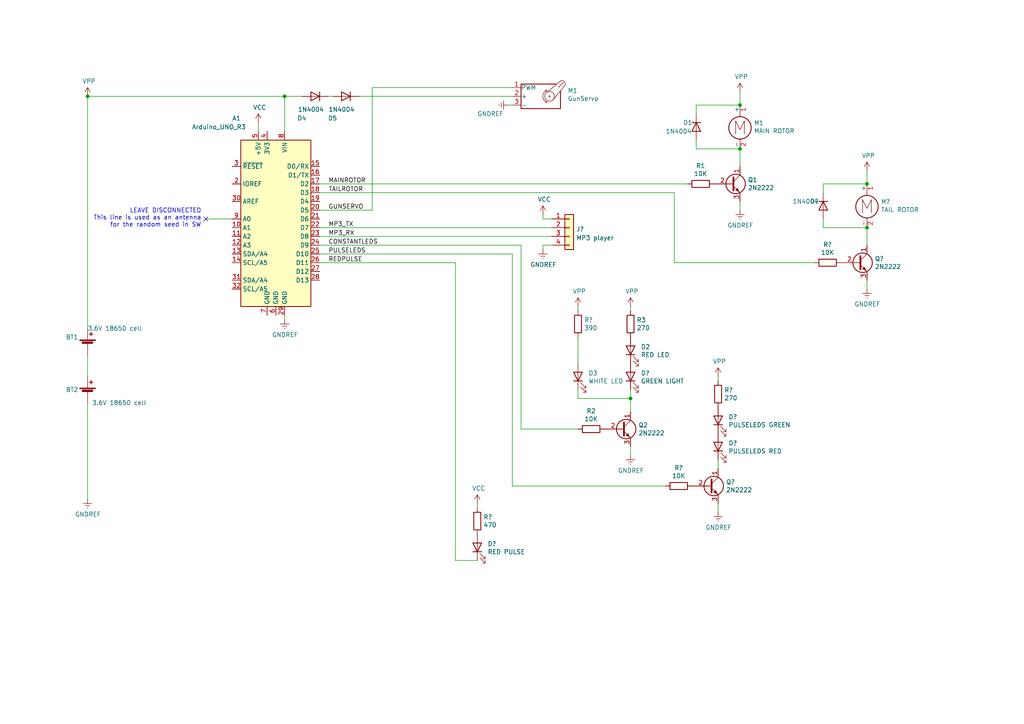
<source format=kicad_sch>
(kicad_sch (version 20211123) (generator eeschema)

  (uuid e63e39d7-6ac0-4ffd-8aa3-1841a4541b55)

  (paper "A4")

  (title_block
    (title "Gunship schematic diagram")
    (date "2022-04-21")
    (rev "1.0")
    (company "XHD")
  )

  (lib_symbols
    (symbol "Connector_Generic:Conn_01x04" (pin_names (offset 1.016) hide) (in_bom yes) (on_board yes)
      (property "Reference" "J" (id 0) (at 0 5.08 0)
        (effects (font (size 1.27 1.27)))
      )
      (property "Value" "Conn_01x04" (id 1) (at 0 -7.62 0)
        (effects (font (size 1.27 1.27)))
      )
      (property "Footprint" "" (id 2) (at 0 0 0)
        (effects (font (size 1.27 1.27)) hide)
      )
      (property "Datasheet" "~" (id 3) (at 0 0 0)
        (effects (font (size 1.27 1.27)) hide)
      )
      (property "ki_keywords" "connector" (id 4) (at 0 0 0)
        (effects (font (size 1.27 1.27)) hide)
      )
      (property "ki_description" "Generic connector, single row, 01x04, script generated (kicad-library-utils/schlib/autogen/connector/)" (id 5) (at 0 0 0)
        (effects (font (size 1.27 1.27)) hide)
      )
      (property "ki_fp_filters" "Connector*:*_1x??_*" (id 6) (at 0 0 0)
        (effects (font (size 1.27 1.27)) hide)
      )
      (symbol "Conn_01x04_1_1"
        (rectangle (start -1.27 -4.953) (end 0 -5.207)
          (stroke (width 0.1524) (type default) (color 0 0 0 0))
          (fill (type none))
        )
        (rectangle (start -1.27 -2.413) (end 0 -2.667)
          (stroke (width 0.1524) (type default) (color 0 0 0 0))
          (fill (type none))
        )
        (rectangle (start -1.27 0.127) (end 0 -0.127)
          (stroke (width 0.1524) (type default) (color 0 0 0 0))
          (fill (type none))
        )
        (rectangle (start -1.27 2.667) (end 0 2.413)
          (stroke (width 0.1524) (type default) (color 0 0 0 0))
          (fill (type none))
        )
        (rectangle (start -1.27 3.81) (end 1.27 -6.35)
          (stroke (width 0.254) (type default) (color 0 0 0 0))
          (fill (type background))
        )
        (pin passive line (at -5.08 2.54 0) (length 3.81)
          (name "Pin_1" (effects (font (size 1.27 1.27))))
          (number "1" (effects (font (size 1.27 1.27))))
        )
        (pin passive line (at -5.08 0 0) (length 3.81)
          (name "Pin_2" (effects (font (size 1.27 1.27))))
          (number "2" (effects (font (size 1.27 1.27))))
        )
        (pin passive line (at -5.08 -2.54 0) (length 3.81)
          (name "Pin_3" (effects (font (size 1.27 1.27))))
          (number "3" (effects (font (size 1.27 1.27))))
        )
        (pin passive line (at -5.08 -5.08 0) (length 3.81)
          (name "Pin_4" (effects (font (size 1.27 1.27))))
          (number "4" (effects (font (size 1.27 1.27))))
        )
      )
    )
    (symbol "Device:Battery_Cell" (pin_numbers hide) (pin_names (offset 0) hide) (in_bom yes) (on_board yes)
      (property "Reference" "BT" (id 0) (at 2.54 2.54 0)
        (effects (font (size 1.27 1.27)) (justify left))
      )
      (property "Value" "Battery_Cell" (id 1) (at 2.54 0 0)
        (effects (font (size 1.27 1.27)) (justify left))
      )
      (property "Footprint" "" (id 2) (at 0 1.524 90)
        (effects (font (size 1.27 1.27)) hide)
      )
      (property "Datasheet" "~" (id 3) (at 0 1.524 90)
        (effects (font (size 1.27 1.27)) hide)
      )
      (property "ki_keywords" "battery cell" (id 4) (at 0 0 0)
        (effects (font (size 1.27 1.27)) hide)
      )
      (property "ki_description" "Single-cell battery" (id 5) (at 0 0 0)
        (effects (font (size 1.27 1.27)) hide)
      )
      (symbol "Battery_Cell_0_1"
        (rectangle (start -2.286 1.778) (end 2.286 1.524)
          (stroke (width 0) (type default) (color 0 0 0 0))
          (fill (type outline))
        )
        (rectangle (start -1.5748 1.1938) (end 1.4732 0.6858)
          (stroke (width 0) (type default) (color 0 0 0 0))
          (fill (type outline))
        )
        (polyline
          (pts
            (xy 0 0.762)
            (xy 0 0)
          )
          (stroke (width 0) (type default) (color 0 0 0 0))
          (fill (type none))
        )
        (polyline
          (pts
            (xy 0 1.778)
            (xy 0 2.54)
          )
          (stroke (width 0) (type default) (color 0 0 0 0))
          (fill (type none))
        )
        (polyline
          (pts
            (xy 0.508 3.429)
            (xy 1.524 3.429)
          )
          (stroke (width 0.254) (type default) (color 0 0 0 0))
          (fill (type none))
        )
        (polyline
          (pts
            (xy 1.016 3.937)
            (xy 1.016 2.921)
          )
          (stroke (width 0.254) (type default) (color 0 0 0 0))
          (fill (type none))
        )
      )
      (symbol "Battery_Cell_1_1"
        (pin passive line (at 0 5.08 270) (length 2.54)
          (name "+" (effects (font (size 1.27 1.27))))
          (number "1" (effects (font (size 1.27 1.27))))
        )
        (pin passive line (at 0 -2.54 90) (length 2.54)
          (name "-" (effects (font (size 1.27 1.27))))
          (number "2" (effects (font (size 1.27 1.27))))
        )
      )
    )
    (symbol "Device:LED" (pin_numbers hide) (pin_names (offset 1.016) hide) (in_bom yes) (on_board yes)
      (property "Reference" "D" (id 0) (at 0 2.54 0)
        (effects (font (size 1.27 1.27)))
      )
      (property "Value" "LED" (id 1) (at 0 -2.54 0)
        (effects (font (size 1.27 1.27)))
      )
      (property "Footprint" "" (id 2) (at 0 0 0)
        (effects (font (size 1.27 1.27)) hide)
      )
      (property "Datasheet" "~" (id 3) (at 0 0 0)
        (effects (font (size 1.27 1.27)) hide)
      )
      (property "ki_keywords" "LED diode" (id 4) (at 0 0 0)
        (effects (font (size 1.27 1.27)) hide)
      )
      (property "ki_description" "Light emitting diode" (id 5) (at 0 0 0)
        (effects (font (size 1.27 1.27)) hide)
      )
      (property "ki_fp_filters" "LED* LED_SMD:* LED_THT:*" (id 6) (at 0 0 0)
        (effects (font (size 1.27 1.27)) hide)
      )
      (symbol "LED_0_1"
        (polyline
          (pts
            (xy -1.27 -1.27)
            (xy -1.27 1.27)
          )
          (stroke (width 0.254) (type default) (color 0 0 0 0))
          (fill (type none))
        )
        (polyline
          (pts
            (xy -1.27 0)
            (xy 1.27 0)
          )
          (stroke (width 0) (type default) (color 0 0 0 0))
          (fill (type none))
        )
        (polyline
          (pts
            (xy 1.27 -1.27)
            (xy 1.27 1.27)
            (xy -1.27 0)
            (xy 1.27 -1.27)
          )
          (stroke (width 0.254) (type default) (color 0 0 0 0))
          (fill (type none))
        )
        (polyline
          (pts
            (xy -3.048 -0.762)
            (xy -4.572 -2.286)
            (xy -3.81 -2.286)
            (xy -4.572 -2.286)
            (xy -4.572 -1.524)
          )
          (stroke (width 0) (type default) (color 0 0 0 0))
          (fill (type none))
        )
        (polyline
          (pts
            (xy -1.778 -0.762)
            (xy -3.302 -2.286)
            (xy -2.54 -2.286)
            (xy -3.302 -2.286)
            (xy -3.302 -1.524)
          )
          (stroke (width 0) (type default) (color 0 0 0 0))
          (fill (type none))
        )
      )
      (symbol "LED_1_1"
        (pin passive line (at -3.81 0 0) (length 2.54)
          (name "K" (effects (font (size 1.27 1.27))))
          (number "1" (effects (font (size 1.27 1.27))))
        )
        (pin passive line (at 3.81 0 180) (length 2.54)
          (name "A" (effects (font (size 1.27 1.27))))
          (number "2" (effects (font (size 1.27 1.27))))
        )
      )
    )
    (symbol "Device:R" (pin_numbers hide) (pin_names (offset 0)) (in_bom yes) (on_board yes)
      (property "Reference" "R" (id 0) (at 2.032 0 90)
        (effects (font (size 1.27 1.27)))
      )
      (property "Value" "R" (id 1) (at 0 0 90)
        (effects (font (size 1.27 1.27)))
      )
      (property "Footprint" "" (id 2) (at -1.778 0 90)
        (effects (font (size 1.27 1.27)) hide)
      )
      (property "Datasheet" "~" (id 3) (at 0 0 0)
        (effects (font (size 1.27 1.27)) hide)
      )
      (property "ki_keywords" "R res resistor" (id 4) (at 0 0 0)
        (effects (font (size 1.27 1.27)) hide)
      )
      (property "ki_description" "Resistor" (id 5) (at 0 0 0)
        (effects (font (size 1.27 1.27)) hide)
      )
      (property "ki_fp_filters" "R_*" (id 6) (at 0 0 0)
        (effects (font (size 1.27 1.27)) hide)
      )
      (symbol "R_0_1"
        (rectangle (start -1.016 -2.54) (end 1.016 2.54)
          (stroke (width 0.254) (type default) (color 0 0 0 0))
          (fill (type none))
        )
      )
      (symbol "R_1_1"
        (pin passive line (at 0 3.81 270) (length 1.27)
          (name "~" (effects (font (size 1.27 1.27))))
          (number "1" (effects (font (size 1.27 1.27))))
        )
        (pin passive line (at 0 -3.81 90) (length 1.27)
          (name "~" (effects (font (size 1.27 1.27))))
          (number "2" (effects (font (size 1.27 1.27))))
        )
      )
    )
    (symbol "Diode:1N4004" (pin_numbers hide) (pin_names (offset 1.016) hide) (in_bom yes) (on_board yes)
      (property "Reference" "D" (id 0) (at 0 2.54 0)
        (effects (font (size 1.27 1.27)))
      )
      (property "Value" "1N4004" (id 1) (at 0 -2.54 0)
        (effects (font (size 1.27 1.27)))
      )
      (property "Footprint" "Diode_THT:D_DO-41_SOD81_P10.16mm_Horizontal" (id 2) (at 0 -4.445 0)
        (effects (font (size 1.27 1.27)) hide)
      )
      (property "Datasheet" "http://www.vishay.com/docs/88503/1n4001.pdf" (id 3) (at 0 0 0)
        (effects (font (size 1.27 1.27)) hide)
      )
      (property "ki_keywords" "diode" (id 4) (at 0 0 0)
        (effects (font (size 1.27 1.27)) hide)
      )
      (property "ki_description" "400V 1A General Purpose Rectifier Diode, DO-41" (id 5) (at 0 0 0)
        (effects (font (size 1.27 1.27)) hide)
      )
      (property "ki_fp_filters" "D*DO?41*" (id 6) (at 0 0 0)
        (effects (font (size 1.27 1.27)) hide)
      )
      (symbol "1N4004_0_1"
        (polyline
          (pts
            (xy -1.27 1.27)
            (xy -1.27 -1.27)
          )
          (stroke (width 0.254) (type default) (color 0 0 0 0))
          (fill (type none))
        )
        (polyline
          (pts
            (xy 1.27 0)
            (xy -1.27 0)
          )
          (stroke (width 0) (type default) (color 0 0 0 0))
          (fill (type none))
        )
        (polyline
          (pts
            (xy 1.27 1.27)
            (xy 1.27 -1.27)
            (xy -1.27 0)
            (xy 1.27 1.27)
          )
          (stroke (width 0.254) (type default) (color 0 0 0 0))
          (fill (type none))
        )
      )
      (symbol "1N4004_1_1"
        (pin passive line (at -3.81 0 0) (length 2.54)
          (name "K" (effects (font (size 1.27 1.27))))
          (number "1" (effects (font (size 1.27 1.27))))
        )
        (pin passive line (at 3.81 0 180) (length 2.54)
          (name "A" (effects (font (size 1.27 1.27))))
          (number "2" (effects (font (size 1.27 1.27))))
        )
      )
    )
    (symbol "MCU_Module:Arduino_UNO_R3" (in_bom yes) (on_board yes)
      (property "Reference" "A" (id 0) (at -10.16 23.495 0)
        (effects (font (size 1.27 1.27)) (justify left bottom))
      )
      (property "Value" "Arduino_UNO_R3" (id 1) (at 5.08 -26.67 0)
        (effects (font (size 1.27 1.27)) (justify left top))
      )
      (property "Footprint" "Module:Arduino_UNO_R3" (id 2) (at 0 0 0)
        (effects (font (size 1.27 1.27) italic) hide)
      )
      (property "Datasheet" "https://www.arduino.cc/en/Main/arduinoBoardUno" (id 3) (at 0 0 0)
        (effects (font (size 1.27 1.27)) hide)
      )
      (property "ki_keywords" "Arduino UNO R3 Microcontroller Module Atmel AVR USB" (id 4) (at 0 0 0)
        (effects (font (size 1.27 1.27)) hide)
      )
      (property "ki_description" "Arduino UNO Microcontroller Module, release 3" (id 5) (at 0 0 0)
        (effects (font (size 1.27 1.27)) hide)
      )
      (property "ki_fp_filters" "Arduino*UNO*R3*" (id 6) (at 0 0 0)
        (effects (font (size 1.27 1.27)) hide)
      )
      (symbol "Arduino_UNO_R3_0_1"
        (rectangle (start -10.16 22.86) (end 10.16 -25.4)
          (stroke (width 0.254) (type default) (color 0 0 0 0))
          (fill (type background))
        )
      )
      (symbol "Arduino_UNO_R3_1_1"
        (pin no_connect line (at -10.16 -20.32 0) (length 2.54) hide
          (name "NC" (effects (font (size 1.27 1.27))))
          (number "1" (effects (font (size 1.27 1.27))))
        )
        (pin bidirectional line (at 12.7 -2.54 180) (length 2.54)
          (name "A1" (effects (font (size 1.27 1.27))))
          (number "10" (effects (font (size 1.27 1.27))))
        )
        (pin bidirectional line (at 12.7 -5.08 180) (length 2.54)
          (name "A2" (effects (font (size 1.27 1.27))))
          (number "11" (effects (font (size 1.27 1.27))))
        )
        (pin bidirectional line (at 12.7 -7.62 180) (length 2.54)
          (name "A3" (effects (font (size 1.27 1.27))))
          (number "12" (effects (font (size 1.27 1.27))))
        )
        (pin bidirectional line (at 12.7 -10.16 180) (length 2.54)
          (name "SDA/A4" (effects (font (size 1.27 1.27))))
          (number "13" (effects (font (size 1.27 1.27))))
        )
        (pin bidirectional line (at 12.7 -12.7 180) (length 2.54)
          (name "SCL/A5" (effects (font (size 1.27 1.27))))
          (number "14" (effects (font (size 1.27 1.27))))
        )
        (pin bidirectional line (at -12.7 15.24 0) (length 2.54)
          (name "D0/RX" (effects (font (size 1.27 1.27))))
          (number "15" (effects (font (size 1.27 1.27))))
        )
        (pin bidirectional line (at -12.7 12.7 0) (length 2.54)
          (name "D1/TX" (effects (font (size 1.27 1.27))))
          (number "16" (effects (font (size 1.27 1.27))))
        )
        (pin bidirectional line (at -12.7 10.16 0) (length 2.54)
          (name "D2" (effects (font (size 1.27 1.27))))
          (number "17" (effects (font (size 1.27 1.27))))
        )
        (pin bidirectional line (at -12.7 7.62 0) (length 2.54)
          (name "D3" (effects (font (size 1.27 1.27))))
          (number "18" (effects (font (size 1.27 1.27))))
        )
        (pin bidirectional line (at -12.7 5.08 0) (length 2.54)
          (name "D4" (effects (font (size 1.27 1.27))))
          (number "19" (effects (font (size 1.27 1.27))))
        )
        (pin output line (at 12.7 10.16 180) (length 2.54)
          (name "IOREF" (effects (font (size 1.27 1.27))))
          (number "2" (effects (font (size 1.27 1.27))))
        )
        (pin bidirectional line (at -12.7 2.54 0) (length 2.54)
          (name "D5" (effects (font (size 1.27 1.27))))
          (number "20" (effects (font (size 1.27 1.27))))
        )
        (pin bidirectional line (at -12.7 0 0) (length 2.54)
          (name "D6" (effects (font (size 1.27 1.27))))
          (number "21" (effects (font (size 1.27 1.27))))
        )
        (pin bidirectional line (at -12.7 -2.54 0) (length 2.54)
          (name "D7" (effects (font (size 1.27 1.27))))
          (number "22" (effects (font (size 1.27 1.27))))
        )
        (pin bidirectional line (at -12.7 -5.08 0) (length 2.54)
          (name "D8" (effects (font (size 1.27 1.27))))
          (number "23" (effects (font (size 1.27 1.27))))
        )
        (pin bidirectional line (at -12.7 -7.62 0) (length 2.54)
          (name "D9" (effects (font (size 1.27 1.27))))
          (number "24" (effects (font (size 1.27 1.27))))
        )
        (pin bidirectional line (at -12.7 -10.16 0) (length 2.54)
          (name "D10" (effects (font (size 1.27 1.27))))
          (number "25" (effects (font (size 1.27 1.27))))
        )
        (pin bidirectional line (at -12.7 -12.7 0) (length 2.54)
          (name "D11" (effects (font (size 1.27 1.27))))
          (number "26" (effects (font (size 1.27 1.27))))
        )
        (pin bidirectional line (at -12.7 -15.24 0) (length 2.54)
          (name "D12" (effects (font (size 1.27 1.27))))
          (number "27" (effects (font (size 1.27 1.27))))
        )
        (pin bidirectional line (at -12.7 -17.78 0) (length 2.54)
          (name "D13" (effects (font (size 1.27 1.27))))
          (number "28" (effects (font (size 1.27 1.27))))
        )
        (pin power_in line (at -2.54 -27.94 90) (length 2.54)
          (name "GND" (effects (font (size 1.27 1.27))))
          (number "29" (effects (font (size 1.27 1.27))))
        )
        (pin input line (at 12.7 15.24 180) (length 2.54)
          (name "~{RESET}" (effects (font (size 1.27 1.27))))
          (number "3" (effects (font (size 1.27 1.27))))
        )
        (pin input line (at 12.7 5.08 180) (length 2.54)
          (name "AREF" (effects (font (size 1.27 1.27))))
          (number "30" (effects (font (size 1.27 1.27))))
        )
        (pin bidirectional line (at 12.7 -17.78 180) (length 2.54)
          (name "SDA/A4" (effects (font (size 1.27 1.27))))
          (number "31" (effects (font (size 1.27 1.27))))
        )
        (pin bidirectional line (at 12.7 -20.32 180) (length 2.54)
          (name "SCL/A5" (effects (font (size 1.27 1.27))))
          (number "32" (effects (font (size 1.27 1.27))))
        )
        (pin power_out line (at 2.54 25.4 270) (length 2.54)
          (name "3V3" (effects (font (size 1.27 1.27))))
          (number "4" (effects (font (size 1.27 1.27))))
        )
        (pin power_out line (at 5.08 25.4 270) (length 2.54)
          (name "+5V" (effects (font (size 1.27 1.27))))
          (number "5" (effects (font (size 1.27 1.27))))
        )
        (pin power_in line (at 0 -27.94 90) (length 2.54)
          (name "GND" (effects (font (size 1.27 1.27))))
          (number "6" (effects (font (size 1.27 1.27))))
        )
        (pin power_in line (at 2.54 -27.94 90) (length 2.54)
          (name "GND" (effects (font (size 1.27 1.27))))
          (number "7" (effects (font (size 1.27 1.27))))
        )
        (pin power_in line (at -2.54 25.4 270) (length 2.54)
          (name "VIN" (effects (font (size 1.27 1.27))))
          (number "8" (effects (font (size 1.27 1.27))))
        )
        (pin bidirectional line (at 12.7 0 180) (length 2.54)
          (name "A0" (effects (font (size 1.27 1.27))))
          (number "9" (effects (font (size 1.27 1.27))))
        )
      )
    )
    (symbol "Motor:Motor_DC" (pin_names (offset 0)) (in_bom yes) (on_board yes)
      (property "Reference" "M" (id 0) (at 2.54 2.54 0)
        (effects (font (size 1.27 1.27)) (justify left))
      )
      (property "Value" "Motor_DC" (id 1) (at 2.54 -5.08 0)
        (effects (font (size 1.27 1.27)) (justify left top))
      )
      (property "Footprint" "" (id 2) (at 0 -2.286 0)
        (effects (font (size 1.27 1.27)) hide)
      )
      (property "Datasheet" "~" (id 3) (at 0 -2.286 0)
        (effects (font (size 1.27 1.27)) hide)
      )
      (property "ki_keywords" "DC Motor" (id 4) (at 0 0 0)
        (effects (font (size 1.27 1.27)) hide)
      )
      (property "ki_description" "DC Motor" (id 5) (at 0 0 0)
        (effects (font (size 1.27 1.27)) hide)
      )
      (property "ki_fp_filters" "PinHeader*P2.54mm* TerminalBlock*" (id 6) (at 0 0 0)
        (effects (font (size 1.27 1.27)) hide)
      )
      (symbol "Motor_DC_0_0"
        (polyline
          (pts
            (xy -1.27 -3.302)
            (xy -1.27 0.508)
            (xy 0 -2.032)
            (xy 1.27 0.508)
            (xy 1.27 -3.302)
          )
          (stroke (width 0) (type default) (color 0 0 0 0))
          (fill (type none))
        )
      )
      (symbol "Motor_DC_0_1"
        (circle (center 0 -1.524) (radius 3.2512)
          (stroke (width 0.254) (type default) (color 0 0 0 0))
          (fill (type none))
        )
        (polyline
          (pts
            (xy 0 -7.62)
            (xy 0 -7.112)
          )
          (stroke (width 0) (type default) (color 0 0 0 0))
          (fill (type none))
        )
        (polyline
          (pts
            (xy 0 -4.7752)
            (xy 0 -5.1816)
          )
          (stroke (width 0) (type default) (color 0 0 0 0))
          (fill (type none))
        )
        (polyline
          (pts
            (xy 0 1.7272)
            (xy 0 2.0828)
          )
          (stroke (width 0) (type default) (color 0 0 0 0))
          (fill (type none))
        )
        (polyline
          (pts
            (xy 0 2.032)
            (xy 0 2.54)
          )
          (stroke (width 0) (type default) (color 0 0 0 0))
          (fill (type none))
        )
      )
      (symbol "Motor_DC_1_1"
        (pin passive line (at 0 5.08 270) (length 2.54)
          (name "+" (effects (font (size 1.27 1.27))))
          (number "1" (effects (font (size 1.27 1.27))))
        )
        (pin passive line (at 0 -7.62 90) (length 2.54)
          (name "-" (effects (font (size 1.27 1.27))))
          (number "2" (effects (font (size 1.27 1.27))))
        )
      )
    )
    (symbol "Motor:Motor_Servo" (pin_names (offset 0.0254)) (in_bom yes) (on_board yes)
      (property "Reference" "M" (id 0) (at -5.08 4.445 0)
        (effects (font (size 1.27 1.27)) (justify left))
      )
      (property "Value" "Motor_Servo" (id 1) (at -5.08 -4.064 0)
        (effects (font (size 1.27 1.27)) (justify left top))
      )
      (property "Footprint" "" (id 2) (at 0 -4.826 0)
        (effects (font (size 1.27 1.27)) hide)
      )
      (property "Datasheet" "http://forums.parallax.com/uploads/attachments/46831/74481.png" (id 3) (at 0 -4.826 0)
        (effects (font (size 1.27 1.27)) hide)
      )
      (property "ki_keywords" "Servo Motor" (id 4) (at 0 0 0)
        (effects (font (size 1.27 1.27)) hide)
      )
      (property "ki_description" "Servo Motor (Futaba, HiTec, JR connector)" (id 5) (at 0 0 0)
        (effects (font (size 1.27 1.27)) hide)
      )
      (property "ki_fp_filters" "PinHeader*P2.54mm*" (id 6) (at 0 0 0)
        (effects (font (size 1.27 1.27)) hide)
      )
      (symbol "Motor_Servo_0_1"
        (polyline
          (pts
            (xy 2.413 -1.778)
            (xy 2.032 -1.778)
          )
          (stroke (width 0) (type default) (color 0 0 0 0))
          (fill (type none))
        )
        (polyline
          (pts
            (xy 2.413 -1.778)
            (xy 2.286 -1.397)
          )
          (stroke (width 0) (type default) (color 0 0 0 0))
          (fill (type none))
        )
        (polyline
          (pts
            (xy 2.413 1.778)
            (xy 1.905 1.778)
          )
          (stroke (width 0) (type default) (color 0 0 0 0))
          (fill (type none))
        )
        (polyline
          (pts
            (xy 2.413 1.778)
            (xy 2.286 1.397)
          )
          (stroke (width 0) (type default) (color 0 0 0 0))
          (fill (type none))
        )
        (polyline
          (pts
            (xy 6.35 4.445)
            (xy 2.54 1.27)
          )
          (stroke (width 0) (type default) (color 0 0 0 0))
          (fill (type none))
        )
        (polyline
          (pts
            (xy 7.62 3.175)
            (xy 4.191 -1.016)
          )
          (stroke (width 0) (type default) (color 0 0 0 0))
          (fill (type none))
        )
        (polyline
          (pts
            (xy 5.08 3.556)
            (xy -5.08 3.556)
            (xy -5.08 -3.556)
            (xy 6.35 -3.556)
            (xy 6.35 1.524)
          )
          (stroke (width 0.254) (type default) (color 0 0 0 0))
          (fill (type none))
        )
        (arc (start 2.413 1.778) (mid 1.2406 0) (end 2.413 -1.778)
          (stroke (width 0) (type default) (color 0 0 0 0))
          (fill (type none))
        )
        (circle (center 3.175 0) (radius 0.1778)
          (stroke (width 0) (type default) (color 0 0 0 0))
          (fill (type none))
        )
        (circle (center 3.175 0) (radius 1.4224)
          (stroke (width 0) (type default) (color 0 0 0 0))
          (fill (type none))
        )
        (circle (center 5.969 2.794) (radius 0.127)
          (stroke (width 0) (type default) (color 0 0 0 0))
          (fill (type none))
        )
        (circle (center 6.477 3.302) (radius 0.127)
          (stroke (width 0) (type default) (color 0 0 0 0))
          (fill (type none))
        )
        (circle (center 6.985 3.81) (radius 0.127)
          (stroke (width 0) (type default) (color 0 0 0 0))
          (fill (type none))
        )
        (arc (start 7.62 3.175) (mid 7.4485 4.2735) (end 6.35 4.445)
          (stroke (width 0) (type default) (color 0 0 0 0))
          (fill (type none))
        )
      )
      (symbol "Motor_Servo_1_1"
        (pin passive line (at -7.62 2.54 0) (length 2.54)
          (name "PWM" (effects (font (size 1.27 1.27))))
          (number "1" (effects (font (size 1.27 1.27))))
        )
        (pin passive line (at -7.62 0 0) (length 2.54)
          (name "+" (effects (font (size 1.27 1.27))))
          (number "2" (effects (font (size 1.27 1.27))))
        )
        (pin passive line (at -7.62 -2.54 0) (length 2.54)
          (name "-" (effects (font (size 1.27 1.27))))
          (number "3" (effects (font (size 1.27 1.27))))
        )
      )
    )
    (symbol "Transistor_BJT:BC547" (pin_names (offset 0) hide) (in_bom yes) (on_board yes)
      (property "Reference" "Q" (id 0) (at 5.08 1.905 0)
        (effects (font (size 1.27 1.27)) (justify left))
      )
      (property "Value" "BC547" (id 1) (at 5.08 0 0)
        (effects (font (size 1.27 1.27)) (justify left))
      )
      (property "Footprint" "Package_TO_SOT_THT:TO-92_Inline" (id 2) (at 5.08 -1.905 0)
        (effects (font (size 1.27 1.27) italic) (justify left) hide)
      )
      (property "Datasheet" "https://www.onsemi.com/pub/Collateral/BC550-D.pdf" (id 3) (at 0 0 0)
        (effects (font (size 1.27 1.27)) (justify left) hide)
      )
      (property "ki_keywords" "NPN Transistor" (id 4) (at 0 0 0)
        (effects (font (size 1.27 1.27)) hide)
      )
      (property "ki_description" "0.1A Ic, 45V Vce, Small Signal NPN Transistor, TO-92" (id 5) (at 0 0 0)
        (effects (font (size 1.27 1.27)) hide)
      )
      (property "ki_fp_filters" "TO?92*" (id 6) (at 0 0 0)
        (effects (font (size 1.27 1.27)) hide)
      )
      (symbol "BC547_0_1"
        (polyline
          (pts
            (xy 0 0)
            (xy 0.635 0)
          )
          (stroke (width 0) (type default) (color 0 0 0 0))
          (fill (type none))
        )
        (polyline
          (pts
            (xy 0.635 0.635)
            (xy 2.54 2.54)
          )
          (stroke (width 0) (type default) (color 0 0 0 0))
          (fill (type none))
        )
        (polyline
          (pts
            (xy 0.635 -0.635)
            (xy 2.54 -2.54)
            (xy 2.54 -2.54)
          )
          (stroke (width 0) (type default) (color 0 0 0 0))
          (fill (type none))
        )
        (polyline
          (pts
            (xy 0.635 1.905)
            (xy 0.635 -1.905)
            (xy 0.635 -1.905)
          )
          (stroke (width 0.508) (type default) (color 0 0 0 0))
          (fill (type none))
        )
        (polyline
          (pts
            (xy 1.27 -1.778)
            (xy 1.778 -1.27)
            (xy 2.286 -2.286)
            (xy 1.27 -1.778)
            (xy 1.27 -1.778)
          )
          (stroke (width 0) (type default) (color 0 0 0 0))
          (fill (type outline))
        )
        (circle (center 1.27 0) (radius 2.8194)
          (stroke (width 0.254) (type default) (color 0 0 0 0))
          (fill (type none))
        )
      )
      (symbol "BC547_1_1"
        (pin passive line (at 2.54 5.08 270) (length 2.54)
          (name "C" (effects (font (size 1.27 1.27))))
          (number "1" (effects (font (size 1.27 1.27))))
        )
        (pin input line (at -5.08 0 0) (length 5.08)
          (name "B" (effects (font (size 1.27 1.27))))
          (number "2" (effects (font (size 1.27 1.27))))
        )
        (pin passive line (at 2.54 -5.08 90) (length 2.54)
          (name "E" (effects (font (size 1.27 1.27))))
          (number "3" (effects (font (size 1.27 1.27))))
        )
      )
    )
    (symbol "power:GNDREF" (power) (pin_names (offset 0)) (in_bom yes) (on_board yes)
      (property "Reference" "#PWR" (id 0) (at 0 -6.35 0)
        (effects (font (size 1.27 1.27)) hide)
      )
      (property "Value" "GNDREF" (id 1) (at 0 -3.81 0)
        (effects (font (size 1.27 1.27)))
      )
      (property "Footprint" "" (id 2) (at 0 0 0)
        (effects (font (size 1.27 1.27)) hide)
      )
      (property "Datasheet" "" (id 3) (at 0 0 0)
        (effects (font (size 1.27 1.27)) hide)
      )
      (property "ki_keywords" "power-flag" (id 4) (at 0 0 0)
        (effects (font (size 1.27 1.27)) hide)
      )
      (property "ki_description" "Power symbol creates a global label with name \"GNDREF\" , reference supply ground" (id 5) (at 0 0 0)
        (effects (font (size 1.27 1.27)) hide)
      )
      (symbol "GNDREF_0_1"
        (polyline
          (pts
            (xy -0.635 -1.905)
            (xy 0.635 -1.905)
          )
          (stroke (width 0) (type default) (color 0 0 0 0))
          (fill (type none))
        )
        (polyline
          (pts
            (xy -0.127 -2.54)
            (xy 0.127 -2.54)
          )
          (stroke (width 0) (type default) (color 0 0 0 0))
          (fill (type none))
        )
        (polyline
          (pts
            (xy 0 -1.27)
            (xy 0 0)
          )
          (stroke (width 0) (type default) (color 0 0 0 0))
          (fill (type none))
        )
        (polyline
          (pts
            (xy 1.27 -1.27)
            (xy -1.27 -1.27)
          )
          (stroke (width 0) (type default) (color 0 0 0 0))
          (fill (type none))
        )
      )
      (symbol "GNDREF_1_1"
        (pin power_in line (at 0 0 270) (length 0) hide
          (name "GNDREF" (effects (font (size 1.27 1.27))))
          (number "1" (effects (font (size 1.27 1.27))))
        )
      )
    )
    (symbol "power:VCC" (power) (pin_names (offset 0)) (in_bom yes) (on_board yes)
      (property "Reference" "#PWR" (id 0) (at 0 -3.81 0)
        (effects (font (size 1.27 1.27)) hide)
      )
      (property "Value" "VCC" (id 1) (at 0 3.81 0)
        (effects (font (size 1.27 1.27)))
      )
      (property "Footprint" "" (id 2) (at 0 0 0)
        (effects (font (size 1.27 1.27)) hide)
      )
      (property "Datasheet" "" (id 3) (at 0 0 0)
        (effects (font (size 1.27 1.27)) hide)
      )
      (property "ki_keywords" "power-flag" (id 4) (at 0 0 0)
        (effects (font (size 1.27 1.27)) hide)
      )
      (property "ki_description" "Power symbol creates a global label with name \"VCC\"" (id 5) (at 0 0 0)
        (effects (font (size 1.27 1.27)) hide)
      )
      (symbol "VCC_0_1"
        (polyline
          (pts
            (xy -0.762 1.27)
            (xy 0 2.54)
          )
          (stroke (width 0) (type default) (color 0 0 0 0))
          (fill (type none))
        )
        (polyline
          (pts
            (xy 0 0)
            (xy 0 2.54)
          )
          (stroke (width 0) (type default) (color 0 0 0 0))
          (fill (type none))
        )
        (polyline
          (pts
            (xy 0 2.54)
            (xy 0.762 1.27)
          )
          (stroke (width 0) (type default) (color 0 0 0 0))
          (fill (type none))
        )
      )
      (symbol "VCC_1_1"
        (pin power_in line (at 0 0 90) (length 0) hide
          (name "VCC" (effects (font (size 1.27 1.27))))
          (number "1" (effects (font (size 1.27 1.27))))
        )
      )
    )
    (symbol "power:VPP" (power) (pin_names (offset 0)) (in_bom yes) (on_board yes)
      (property "Reference" "#PWR" (id 0) (at 0 -3.81 0)
        (effects (font (size 1.27 1.27)) hide)
      )
      (property "Value" "VPP" (id 1) (at 0 3.81 0)
        (effects (font (size 1.27 1.27)))
      )
      (property "Footprint" "" (id 2) (at 0 0 0)
        (effects (font (size 1.27 1.27)) hide)
      )
      (property "Datasheet" "" (id 3) (at 0 0 0)
        (effects (font (size 1.27 1.27)) hide)
      )
      (property "ki_keywords" "power-flag" (id 4) (at 0 0 0)
        (effects (font (size 1.27 1.27)) hide)
      )
      (property "ki_description" "Power symbol creates a global label with name \"VPP\"" (id 5) (at 0 0 0)
        (effects (font (size 1.27 1.27)) hide)
      )
      (symbol "VPP_0_1"
        (polyline
          (pts
            (xy -0.762 1.27)
            (xy 0 2.54)
          )
          (stroke (width 0) (type default) (color 0 0 0 0))
          (fill (type none))
        )
        (polyline
          (pts
            (xy 0 0)
            (xy 0 2.54)
          )
          (stroke (width 0) (type default) (color 0 0 0 0))
          (fill (type none))
        )
        (polyline
          (pts
            (xy 0 2.54)
            (xy 0.762 1.27)
          )
          (stroke (width 0) (type default) (color 0 0 0 0))
          (fill (type none))
        )
      )
      (symbol "VPP_1_1"
        (pin power_in line (at 0 0 90) (length 0) hide
          (name "VPP" (effects (font (size 1.27 1.27))))
          (number "1" (effects (font (size 1.27 1.27))))
        )
      )
    )
  )

  (junction (at 251.46 53.34) (diameter 0) (color 0 0 0 0)
    (uuid 19827eaf-74b5-4954-bf77-e59d4eb627d6)
  )
  (junction (at 82.55 27.94) (diameter 0) (color 0 0 0 0)
    (uuid 3b838d52-596d-4e4d-a6ac-e4c8e7621137)
  )
  (junction (at 214.63 43.18) (diameter 0) (color 0 0 0 0)
    (uuid 5cbb5968-dbb5-4b84-864a-ead1cacf75b9)
  )
  (junction (at 182.88 115.57) (diameter 0) (color 0 0 0 0)
    (uuid 6097a17b-2869-4ca3-a436-32af0c72077c)
  )
  (junction (at 214.63 30.48) (diameter 0) (color 0 0 0 0)
    (uuid 800cb665-750e-41c5-891f-a0d00257d00e)
  )
  (junction (at 25.4 27.94) (diameter 0) (color 0 0 0 0)
    (uuid 909b030b-fa1a-4fe8-b1ee-422b4d9e23cf)
  )
  (junction (at 251.46 66.04) (diameter 0) (color 0 0 0 0)
    (uuid 97e6edc2-6d31-45d2-ba00-4062afc94427)
  )

  (no_connect (at 59.69 63.5) (uuid 1a3df59c-2c86-48ef-90eb-82db99a104a5))

  (wire (pts (xy 92.71 55.88) (xy 195.58 55.88))
    (stroke (width 0) (type default) (color 0 0 0 0))
    (uuid 101e85da-b295-4fbb-8a1e-f0c37eed275f)
  )
  (wire (pts (xy 251.46 66.04) (xy 251.46 71.12))
    (stroke (width 0) (type default) (color 0 0 0 0))
    (uuid 11b966a8-0196-43de-9737-21c08a474645)
  )
  (wire (pts (xy 182.88 113.03) (xy 182.88 115.57))
    (stroke (width 0) (type default) (color 0 0 0 0))
    (uuid 14a7d809-69a1-4449-8d6d-67bb59762e56)
  )
  (wire (pts (xy 182.88 115.57) (xy 182.88 119.38))
    (stroke (width 0) (type default) (color 0 0 0 0))
    (uuid 1a733723-2bd5-458a-bafe-6a321f0693bf)
  )
  (wire (pts (xy 214.63 30.48) (xy 201.93 30.48))
    (stroke (width 0) (type default) (color 0 0 0 0))
    (uuid 23bb2798-d93a-4696-a962-c305c4298a0c)
  )
  (wire (pts (xy 208.28 135.89) (xy 208.28 133.35))
    (stroke (width 0) (type default) (color 0 0 0 0))
    (uuid 23dd8046-9603-4c71-be89-60cd08a9a21b)
  )
  (wire (pts (xy 82.55 38.1) (xy 82.55 27.94))
    (stroke (width 0) (type default) (color 0 0 0 0))
    (uuid 2d6718e7-f18d-444d-9792-ddf1a113460c)
  )
  (wire (pts (xy 25.4 102.87) (xy 25.4 109.22))
    (stroke (width 0) (type default) (color 0 0 0 0))
    (uuid 30f15357-ce1d-48b9-93dc-7d9b1b2aa048)
  )
  (wire (pts (xy 251.46 81.28) (xy 251.46 83.82))
    (stroke (width 0) (type default) (color 0 0 0 0))
    (uuid 32b45b43-6358-4e28-b150-f5c4cc160939)
  )
  (wire (pts (xy 132.08 162.56) (xy 132.08 76.2))
    (stroke (width 0) (type default) (color 0 0 0 0))
    (uuid 36d04364-b9de-4b3f-96a4-1d6b4a18d12c)
  )
  (wire (pts (xy 107.95 60.96) (xy 92.71 60.96))
    (stroke (width 0) (type default) (color 0 0 0 0))
    (uuid 3f5fe6b7-98fc-4d3e-9567-f9f7202d1455)
  )
  (wire (pts (xy 214.63 26.67) (xy 214.63 30.48))
    (stroke (width 0) (type default) (color 0 0 0 0))
    (uuid 434baf95-a5c9-40a8-a6c7-4657f4e2fa74)
  )
  (wire (pts (xy 238.76 63.5) (xy 238.76 66.04))
    (stroke (width 0) (type default) (color 0 0 0 0))
    (uuid 449402d6-345f-4277-ab94-8aa40516f33d)
  )
  (wire (pts (xy 157.48 71.12) (xy 160.02 71.12))
    (stroke (width 0) (type default) (color 0 0 0 0))
    (uuid 48f827a8-6e22-4a2e-abdc-c2a03098d883)
  )
  (wire (pts (xy 195.58 76.2) (xy 236.22 76.2))
    (stroke (width 0) (type default) (color 0 0 0 0))
    (uuid 4a2b2b14-07c0-4adc-b0e0-219d4a7b13b3)
  )
  (wire (pts (xy 148.59 73.66) (xy 92.71 73.66))
    (stroke (width 0) (type default) (color 0 0 0 0))
    (uuid 557b69d2-8074-4189-bb4e-cfaa9c69d86a)
  )
  (wire (pts (xy 208.28 146.05) (xy 208.28 148.59))
    (stroke (width 0) (type default) (color 0 0 0 0))
    (uuid 56756129-9952-491b-80bb-48f5c1c76671)
  )
  (wire (pts (xy 138.43 162.56) (xy 132.08 162.56))
    (stroke (width 0) (type default) (color 0 0 0 0))
    (uuid 56ecb170-b605-4664-b72e-5d43e5b060d7)
  )
  (wire (pts (xy 160.02 63.5) (xy 157.48 63.5))
    (stroke (width 0) (type default) (color 0 0 0 0))
    (uuid 58dc14f9-c158-4824-a84e-24a6a482a7a4)
  )
  (wire (pts (xy 201.93 33.02) (xy 201.93 30.48))
    (stroke (width 0) (type default) (color 0 0 0 0))
    (uuid 62c076a3-d618-44a2-9042-9a08b3576787)
  )
  (wire (pts (xy 96.52 27.94) (xy 95.25 27.94))
    (stroke (width 0) (type default) (color 0 0 0 0))
    (uuid 66116376-6967-4178-9f23-a26cdeafc400)
  )
  (wire (pts (xy 167.64 90.17) (xy 167.64 88.9))
    (stroke (width 0) (type default) (color 0 0 0 0))
    (uuid 6789f180-42c2-4e39-ae51-abd90535b39b)
  )
  (wire (pts (xy 238.76 66.04) (xy 251.46 66.04))
    (stroke (width 0) (type default) (color 0 0 0 0))
    (uuid 6e328589-163f-47c5-8ab0-23eece0b48d8)
  )
  (wire (pts (xy 87.63 27.94) (xy 82.55 27.94))
    (stroke (width 0) (type default) (color 0 0 0 0))
    (uuid 749dfe75-c0d6-4872-9330-29c5bbcb8ff8)
  )
  (wire (pts (xy 167.64 113.03) (xy 167.64 115.57))
    (stroke (width 0) (type default) (color 0 0 0 0))
    (uuid 78ca9e1a-69ec-4113-889e-262cf8ef5ab6)
  )
  (wire (pts (xy 59.69 63.5) (xy 67.31 63.5))
    (stroke (width 0) (type default) (color 0 0 0 0))
    (uuid 82244c8b-6c16-4c69-a8c9-2e4f2c0a1dea)
  )
  (wire (pts (xy 132.08 76.2) (xy 92.71 76.2))
    (stroke (width 0) (type default) (color 0 0 0 0))
    (uuid 8c08c147-e86d-4765-818b-ab1e4e8e8739)
  )
  (wire (pts (xy 195.58 55.88) (xy 195.58 76.2))
    (stroke (width 0) (type default) (color 0 0 0 0))
    (uuid 8c24cda4-d1ae-4014-9e3d-efe1451b847e)
  )
  (wire (pts (xy 157.48 72.39) (xy 157.48 71.12))
    (stroke (width 0) (type default) (color 0 0 0 0))
    (uuid 8d55e186-3e11-40e8-a65e-b36a8a00069e)
  )
  (wire (pts (xy 148.59 140.97) (xy 148.59 73.66))
    (stroke (width 0) (type default) (color 0 0 0 0))
    (uuid 8f711af0-da3c-4688-a880-e14f050a6fbe)
  )
  (wire (pts (xy 148.59 140.97) (xy 193.04 140.97))
    (stroke (width 0) (type default) (color 0 0 0 0))
    (uuid 92ce50a1-e1ac-46ed-b51d-ce7780966361)
  )
  (wire (pts (xy 92.71 71.12) (xy 151.13 71.12))
    (stroke (width 0) (type default) (color 0 0 0 0))
    (uuid 943df31f-b193-477d-918b-3e3357f6191e)
  )
  (wire (pts (xy 214.63 43.18) (xy 214.63 48.26))
    (stroke (width 0) (type default) (color 0 0 0 0))
    (uuid 9ccf03e8-755a-4cd9-96fc-30e1d08fa253)
  )
  (wire (pts (xy 148.59 25.4) (xy 107.95 25.4))
    (stroke (width 0) (type default) (color 0 0 0 0))
    (uuid 9dab0cb7-2557-4419-963b-5ae736517f62)
  )
  (wire (pts (xy 92.71 68.58) (xy 160.02 68.58))
    (stroke (width 0) (type default) (color 0 0 0 0))
    (uuid a03e565f-d8cd-4032-aae3-b7327d4143dd)
  )
  (wire (pts (xy 151.13 124.46) (xy 167.64 124.46))
    (stroke (width 0) (type default) (color 0 0 0 0))
    (uuid a2d4bc06-259e-414f-ac0b-70f098135e25)
  )
  (wire (pts (xy 25.4 116.84) (xy 25.4 144.78))
    (stroke (width 0) (type default) (color 0 0 0 0))
    (uuid a3e4f0ae-9f86-49e9-b386-ed8b42e012fb)
  )
  (wire (pts (xy 182.88 90.17) (xy 182.88 88.9))
    (stroke (width 0) (type default) (color 0 0 0 0))
    (uuid a501555e-bbc7-4b58-ad89-28a0cd3dd6d0)
  )
  (wire (pts (xy 82.55 91.44) (xy 82.55 92.71))
    (stroke (width 0) (type default) (color 0 0 0 0))
    (uuid a690fc6c-55d9-47e6-b533-faa4b67e20f3)
  )
  (wire (pts (xy 201.93 43.18) (xy 214.63 43.18))
    (stroke (width 0) (type default) (color 0 0 0 0))
    (uuid afb8e687-4a13-41a1-b8c0-89a749e897fe)
  )
  (wire (pts (xy 25.4 27.94) (xy 25.4 95.25))
    (stroke (width 0) (type default) (color 0 0 0 0))
    (uuid b603d26a-e034-42fb-8327-b60c5bf9cdd2)
  )
  (wire (pts (xy 214.63 58.42) (xy 214.63 60.96))
    (stroke (width 0) (type default) (color 0 0 0 0))
    (uuid b6270a28-e0d9-4655-a18a-03dbf007b940)
  )
  (wire (pts (xy 251.46 53.34) (xy 238.76 53.34))
    (stroke (width 0) (type default) (color 0 0 0 0))
    (uuid b96eb5c3-f8f8-4123-b1ec-edfe937b1a24)
  )
  (wire (pts (xy 107.95 25.4) (xy 107.95 60.96))
    (stroke (width 0) (type default) (color 0 0 0 0))
    (uuid bb7f0588-d4d8-44bf-9ebf-3c533fe4d6ae)
  )
  (wire (pts (xy 251.46 49.53) (xy 251.46 53.34))
    (stroke (width 0) (type default) (color 0 0 0 0))
    (uuid c0384c0c-eda9-44e1-81af-675a356fa8e5)
  )
  (wire (pts (xy 92.71 53.34) (xy 199.39 53.34))
    (stroke (width 0) (type default) (color 0 0 0 0))
    (uuid c144caa5-b0d4-4cef-840a-d4ad178a2102)
  )
  (wire (pts (xy 104.14 27.94) (xy 148.59 27.94))
    (stroke (width 0) (type default) (color 0 0 0 0))
    (uuid c19dbe3c-ced0-48f7-a91d-777569cfb936)
  )
  (wire (pts (xy 167.64 115.57) (xy 182.88 115.57))
    (stroke (width 0) (type default) (color 0 0 0 0))
    (uuid c354168b-1a79-4375-9f8d-c698ab8862dd)
  )
  (wire (pts (xy 238.76 55.88) (xy 238.76 53.34))
    (stroke (width 0) (type default) (color 0 0 0 0))
    (uuid cb518746-f550-4bcd-b425-8b72cae39c79)
  )
  (wire (pts (xy 201.93 40.64) (xy 201.93 43.18))
    (stroke (width 0) (type default) (color 0 0 0 0))
    (uuid da469d11-a8a4-414b-9449-d151eeaf4853)
  )
  (wire (pts (xy 74.93 35.56) (xy 74.93 38.1))
    (stroke (width 0) (type default) (color 0 0 0 0))
    (uuid dde3dba8-1b81-466c-93a3-c284ff4da1ef)
  )
  (wire (pts (xy 147.32 30.48) (xy 148.59 30.48))
    (stroke (width 0) (type default) (color 0 0 0 0))
    (uuid e12e827e-36be-4503-8eef-6fc7e8bc5d49)
  )
  (wire (pts (xy 92.71 66.04) (xy 160.02 66.04))
    (stroke (width 0) (type default) (color 0 0 0 0))
    (uuid e877bf4a-4210-4bd3-b7b0-806eb4affc5b)
  )
  (wire (pts (xy 138.43 147.32) (xy 138.43 146.05))
    (stroke (width 0) (type default) (color 0 0 0 0))
    (uuid f7897c3f-7243-4d0d-9e70-18fde7cd87c1)
  )
  (wire (pts (xy 151.13 71.12) (xy 151.13 124.46))
    (stroke (width 0) (type default) (color 0 0 0 0))
    (uuid f7b06b3d-6588-4f9f-a1df-679092cd57c2)
  )
  (wire (pts (xy 167.64 97.79) (xy 167.64 105.41))
    (stroke (width 0) (type default) (color 0 0 0 0))
    (uuid f7f1360b-eba3-4ea5-b42e-fcf440740e8d)
  )
  (wire (pts (xy 157.48 63.5) (xy 157.48 62.23))
    (stroke (width 0) (type default) (color 0 0 0 0))
    (uuid f976e2cc-36f9-4479-a816-2c74d1d5da6f)
  )
  (wire (pts (xy 182.88 129.54) (xy 182.88 132.08))
    (stroke (width 0) (type default) (color 0 0 0 0))
    (uuid f9865a9f-edb8-49c7-828f-4896e1f3047a)
  )
  (wire (pts (xy 208.28 110.49) (xy 208.28 109.22))
    (stroke (width 0) (type default) (color 0 0 0 0))
    (uuid fc55b740-526c-45d6-85c2-d5297e76098d)
  )
  (wire (pts (xy 25.4 27.94) (xy 82.55 27.94))
    (stroke (width 0) (type default) (color 0 0 0 0))
    (uuid fe39ed46-2293-409e-8494-77160332f17a)
  )

  (text "LEAVE DISCONNECTED\nThis line is used as an antenna\nfor the random seed in SW\n"
    (at 58.42 66.04 0)
    (effects (font (size 1.27 1.27)) (justify right bottom))
    (uuid 25019b4c-b838-4a29-8b2f-c3521bf2ac40)
  )

  (label "TAILROTOR" (at 95.25 55.88 0)
    (effects (font (size 1.27 1.27)) (justify left bottom))
    (uuid 071e1b4e-9967-4863-9431-31c16b1b8d50)
  )
  (label "REDPULSE" (at 95.25 76.2 0)
    (effects (font (size 1.27 1.27)) (justify left bottom))
    (uuid 131f2ec5-4fed-45bc-82ea-d9b8ede01017)
  )
  (label "MP3_TX" (at 95.25 66.04 0)
    (effects (font (size 1.27 1.27)) (justify left bottom))
    (uuid 4e3d7c0d-12e3-42f2-b944-e4bcdbbcac2a)
  )
  (label "CONSTANTLEDS" (at 95.25 71.12 0)
    (effects (font (size 1.27 1.27)) (justify left bottom))
    (uuid 6a44418c-7bb4-4e99-8836-57f153c19721)
  )
  (label "MAINROTOR" (at 95.25 53.34 0)
    (effects (font (size 1.27 1.27)) (justify left bottom))
    (uuid 94c158d1-8503-4553-b511-bf42f506c2a8)
  )
  (label "MP3_RX" (at 95.25 68.58 0)
    (effects (font (size 1.27 1.27)) (justify left bottom))
    (uuid aa02e544-13f5-4cf8-a5f4-3e6cda006090)
  )
  (label "PULSELEDS" (at 95.25 73.66 0)
    (effects (font (size 1.27 1.27)) (justify left bottom))
    (uuid c88655de-db52-46c8-b3e1-ae4ca078b9f0)
  )
  (label "GUNSERVO" (at 95.25 60.96 0)
    (effects (font (size 1.27 1.27)) (justify left bottom))
    (uuid e10b5627-3247-4c86-b9f6-ef474ca11543)
  )

  (symbol (lib_id "MCU_Module:Arduino_UNO_R3") (at 80.01 63.5 0) (mirror y) (unit 1)
    (in_bom yes) (on_board yes)
    (uuid 00000000-0000-0000-0000-00005f520893)
    (property "Reference" "A1" (id 0) (at 68.58 34.29 0))
    (property "Value" "Arduino_UNO_R3" (id 1) (at 63.5 36.83 0))
    (property "Footprint" "Module:Arduino_UNO_R3" (id 2) (at 80.01 63.5 0)
      (effects (font (size 1.27 1.27) italic) hide)
    )
    (property "Datasheet" "https://www.arduino.cc/en/Main/arduinoBoardUno" (id 3) (at 80.01 63.5 0)
      (effects (font (size 1.27 1.27)) hide)
    )
    (pin "1" (uuid 36346c4e-23ec-4f06-8a2f-959bad8ff041))
    (pin "10" (uuid 237eb5c3-8188-4fa4-a2c6-9b37a4be1688))
    (pin "11" (uuid 5f119573-1b63-4dfb-97c3-f0d9e540c910))
    (pin "12" (uuid 9e769b9c-79d9-4ba3-b34f-fc79246f6b04))
    (pin "13" (uuid cac4174a-83df-4d78-bf55-2b2f356ee0c3))
    (pin "14" (uuid fdfdc927-8119-42ff-858e-0c98d51b2e84))
    (pin "15" (uuid d245a507-8a19-481d-a05d-417eb2477646))
    (pin "16" (uuid 1e2da00d-23ad-4c28-a76a-cf31378cb3e2))
    (pin "17" (uuid 61ee2295-9d8a-48af-bc26-8352ffcb1aec))
    (pin "18" (uuid 63f92404-3f6a-446c-8090-3038857c8d54))
    (pin "19" (uuid ef9fe295-ec16-4167-b32f-cc8c38ba2b8c))
    (pin "2" (uuid 4f2dfec6-a6f4-4218-8c0d-d2e58a75937d))
    (pin "20" (uuid 4033287b-0131-4f22-a650-13f5de776f4c))
    (pin "21" (uuid 818ed0bd-4678-4fbd-8e22-cfa968d50a58))
    (pin "22" (uuid 97c346d0-59b2-4c63-9d7b-fd5722259264))
    (pin "23" (uuid f6544a67-dc44-494d-b1f7-7e580226348a))
    (pin "24" (uuid 8ae03c8d-72d8-421c-a4c9-5c1ce796ec3c))
    (pin "25" (uuid dc1b25d3-860a-4329-a56f-472befeb295e))
    (pin "26" (uuid 0b7e7216-d48e-41fc-8bc4-968fd6608f05))
    (pin "27" (uuid 17a6417b-f710-45ed-b36e-0b1751a9bfae))
    (pin "28" (uuid 920059e5-cba9-47dd-882e-f220f3e39af7))
    (pin "29" (uuid 75bbc27b-3f73-4cce-b410-5e2f33c98da8))
    (pin "3" (uuid 7ffc5eb0-008e-4ec3-b899-a0bdc6f93eae))
    (pin "30" (uuid 1ae1b6ae-db9c-4af5-8327-a0710020ae50))
    (pin "31" (uuid 28d70f69-7554-4084-a27b-d2e47b8d6516))
    (pin "32" (uuid 9566678d-499e-4810-bc01-9396a82d8202))
    (pin "4" (uuid a7e4ee7d-cc20-4e93-9f3d-d257d055e4ba))
    (pin "5" (uuid 1ad48ebc-dabc-43dd-bb2f-f9d956dc7ae9))
    (pin "6" (uuid 9f329818-1dc0-4a6e-8604-709f4943d9ed))
    (pin "7" (uuid 53d36bc4-7cc9-45d1-8bf7-fd7c962834b3))
    (pin "8" (uuid 436a3073-a1c5-471d-8a69-fe3e85ef8323))
    (pin "9" (uuid aef117dc-2b9e-46a2-9525-d120cb1fd213))
  )

  (symbol (lib_id "Device:LED") (at 167.64 109.22 90) (unit 1)
    (in_bom yes) (on_board yes)
    (uuid 00000000-0000-0000-0000-00005f555fe7)
    (property "Reference" "D3" (id 0) (at 170.6372 108.2294 90)
      (effects (font (size 1.27 1.27)) (justify right))
    )
    (property "Value" "WHITE LED" (id 1) (at 170.6372 110.5408 90)
      (effects (font (size 1.27 1.27)) (justify right))
    )
    (property "Footprint" "" (id 2) (at 167.64 109.22 0)
      (effects (font (size 1.27 1.27)) hide)
    )
    (property "Datasheet" "~" (id 3) (at 167.64 109.22 0)
      (effects (font (size 1.27 1.27)) hide)
    )
    (pin "1" (uuid 9ec0b2e5-8e7d-44ab-97b3-e75f540dc721))
    (pin "2" (uuid 29487fd2-113a-44d9-af95-c4c5d3cf8272))
  )

  (symbol (lib_id "Device:R") (at 182.88 93.98 0) (unit 1)
    (in_bom yes) (on_board yes)
    (uuid 00000000-0000-0000-0000-00005f555ff1)
    (property "Reference" "R3" (id 0) (at 184.658 92.8116 0)
      (effects (font (size 1.27 1.27)) (justify left))
    )
    (property "Value" "270" (id 1) (at 184.658 95.123 0)
      (effects (font (size 1.27 1.27)) (justify left))
    )
    (property "Footprint" "" (id 2) (at 181.102 93.98 90)
      (effects (font (size 1.27 1.27)) hide)
    )
    (property "Datasheet" "~" (id 3) (at 182.88 93.98 0)
      (effects (font (size 1.27 1.27)) hide)
    )
    (pin "1" (uuid ff549bca-9ea4-49ed-99c5-f93ada89284c))
    (pin "2" (uuid 47fb28e7-32ee-4803-a246-f456d0ab7694))
  )

  (symbol (lib_id "Device:LED") (at 182.88 101.6 90) (unit 1)
    (in_bom yes) (on_board yes)
    (uuid 00000000-0000-0000-0000-00005f555ffb)
    (property "Reference" "D2" (id 0) (at 185.8772 100.6094 90)
      (effects (font (size 1.27 1.27)) (justify right))
    )
    (property "Value" "RED LED" (id 1) (at 185.8772 102.9208 90)
      (effects (font (size 1.27 1.27)) (justify right))
    )
    (property "Footprint" "" (id 2) (at 182.88 101.6 0)
      (effects (font (size 1.27 1.27)) hide)
    )
    (property "Datasheet" "~" (id 3) (at 182.88 101.6 0)
      (effects (font (size 1.27 1.27)) hide)
    )
    (pin "1" (uuid a8b38a1d-f8ed-4035-ae51-620c65fd8548))
    (pin "2" (uuid aeb03404-1811-48a6-870b-874f10199264))
  )

  (symbol (lib_id "Device:Battery_Cell") (at 25.4 100.33 0) (unit 1)
    (in_bom yes) (on_board yes)
    (uuid 00000000-0000-0000-0000-00005f55e4cd)
    (property "Reference" "BT1" (id 0) (at 19.05 97.79 0)
      (effects (font (size 1.27 1.27)) (justify left))
    )
    (property "Value" "3.6V 18650 cell" (id 1) (at 25.4 95.25 0)
      (effects (font (size 1.27 1.27)) (justify left))
    )
    (property "Footprint" "" (id 2) (at 25.4 98.806 90)
      (effects (font (size 1.27 1.27)) hide)
    )
    (property "Datasheet" "~" (id 3) (at 25.4 98.806 90)
      (effects (font (size 1.27 1.27)) hide)
    )
    (pin "1" (uuid 516c1522-ced6-4dae-8272-163c4e0afed3))
    (pin "2" (uuid 281f4327-1996-45bc-a86a-2967c08b8bc4))
  )

  (symbol (lib_id "Device:Battery_Cell") (at 25.4 114.3 0) (unit 1)
    (in_bom yes) (on_board yes)
    (uuid 00000000-0000-0000-0000-00005f577ca2)
    (property "Reference" "BT2" (id 0) (at 19.05 113.03 0)
      (effects (font (size 1.27 1.27)) (justify left))
    )
    (property "Value" "3.6V 18650 cell" (id 1) (at 26.67 116.84 0)
      (effects (font (size 1.27 1.27)) (justify left))
    )
    (property "Footprint" "" (id 2) (at 25.4 112.776 90)
      (effects (font (size 1.27 1.27)) hide)
    )
    (property "Datasheet" "~" (id 3) (at 25.4 112.776 90)
      (effects (font (size 1.27 1.27)) hide)
    )
    (pin "1" (uuid 4c1f41d4-6390-4737-8351-1aceb92026f5))
    (pin "2" (uuid 606b15fd-1bf4-4b42-bdb1-589bb46bc4f0))
  )

  (symbol (lib_id "power:GNDREF") (at 25.4 144.78 0) (unit 1)
    (in_bom yes) (on_board yes)
    (uuid 00000000-0000-0000-0000-00005fd857d9)
    (property "Reference" "#PWR02" (id 0) (at 25.4 151.13 0)
      (effects (font (size 1.27 1.27)) hide)
    )
    (property "Value" "GNDREF" (id 1) (at 25.527 149.1742 0))
    (property "Footprint" "" (id 2) (at 25.4 144.78 0)
      (effects (font (size 1.27 1.27)) hide)
    )
    (property "Datasheet" "" (id 3) (at 25.4 144.78 0)
      (effects (font (size 1.27 1.27)) hide)
    )
    (pin "1" (uuid 3ed0c8ee-f71e-453c-80f4-81229808306b))
  )

  (symbol (lib_id "power:VPP") (at 25.4 27.94 0) (unit 1)
    (in_bom yes) (on_board yes)
    (uuid 00000000-0000-0000-0000-00005fd873ef)
    (property "Reference" "#PWR01" (id 0) (at 25.4 31.75 0)
      (effects (font (size 1.27 1.27)) hide)
    )
    (property "Value" "VPP" (id 1) (at 25.781 23.5458 0))
    (property "Footprint" "" (id 2) (at 25.4 27.94 0)
      (effects (font (size 1.27 1.27)) hide)
    )
    (property "Datasheet" "" (id 3) (at 25.4 27.94 0)
      (effects (font (size 1.27 1.27)) hide)
    )
    (pin "1" (uuid eecaca51-021e-41c4-9fac-ecc1df7560f6))
  )

  (symbol (lib_id "power:VPP") (at 182.88 88.9 0) (unit 1)
    (in_bom yes) (on_board yes)
    (uuid 00000000-0000-0000-0000-00005fd87824)
    (property "Reference" "#PWR010" (id 0) (at 182.88 92.71 0)
      (effects (font (size 1.27 1.27)) hide)
    )
    (property "Value" "VPP" (id 1) (at 183.261 84.5058 0))
    (property "Footprint" "" (id 2) (at 182.88 88.9 0)
      (effects (font (size 1.27 1.27)) hide)
    )
    (property "Datasheet" "" (id 3) (at 182.88 88.9 0)
      (effects (font (size 1.27 1.27)) hide)
    )
    (pin "1" (uuid d76672bc-1124-46bc-bd27-8fdad29ee116))
  )

  (symbol (lib_id "Device:R") (at 171.45 124.46 270) (unit 1)
    (in_bom yes) (on_board yes)
    (uuid 00000000-0000-0000-0000-000060377530)
    (property "Reference" "R2" (id 0) (at 171.45 119.2022 90))
    (property "Value" "10K" (id 1) (at 171.45 121.5136 90))
    (property "Footprint" "" (id 2) (at 171.45 122.682 90)
      (effects (font (size 1.27 1.27)) hide)
    )
    (property "Datasheet" "~" (id 3) (at 171.45 124.46 0)
      (effects (font (size 1.27 1.27)) hide)
    )
    (pin "1" (uuid 98661df6-13d9-4b66-bc2b-d647ffc947ca))
    (pin "2" (uuid 03968e2d-b39a-4c22-9e26-b82ba5506666))
  )

  (symbol (lib_id "power:GNDREF") (at 182.88 132.08 0) (unit 1)
    (in_bom yes) (on_board yes)
    (uuid 00000000-0000-0000-0000-00006037753a)
    (property "Reference" "#PWR011" (id 0) (at 182.88 138.43 0)
      (effects (font (size 1.27 1.27)) hide)
    )
    (property "Value" "GNDREF" (id 1) (at 183.007 136.4742 0))
    (property "Footprint" "" (id 2) (at 182.88 132.08 0)
      (effects (font (size 1.27 1.27)) hide)
    )
    (property "Datasheet" "" (id 3) (at 182.88 132.08 0)
      (effects (font (size 1.27 1.27)) hide)
    )
    (pin "1" (uuid ac2b4278-fea4-4d81-a549-5367e3cc9843))
  )

  (symbol (lib_id "Transistor_BJT:BC547") (at 180.34 124.46 0) (unit 1)
    (in_bom yes) (on_board yes)
    (uuid 00000000-0000-0000-0000-000060377545)
    (property "Reference" "Q2" (id 0) (at 185.166 123.2916 0)
      (effects (font (size 1.27 1.27)) (justify left))
    )
    (property "Value" "2N2222" (id 1) (at 185.166 125.603 0)
      (effects (font (size 1.27 1.27)) (justify left))
    )
    (property "Footprint" "Package_TO_SOT_THT:TO-92_Inline" (id 2) (at 185.42 126.365 0)
      (effects (font (size 1.27 1.27) italic) (justify left) hide)
    )
    (property "Datasheet" "http://www.fairchildsemi.com/ds/BC/BC547.pdf" (id 3) (at 180.34 124.46 0)
      (effects (font (size 1.27 1.27)) (justify left) hide)
    )
    (pin "1" (uuid e918a217-9876-4caf-8069-f28a286371d0))
    (pin "2" (uuid de5870de-f32c-4a6b-932a-728a45076be7))
    (pin "3" (uuid e0a49e7d-5e07-4d48-9142-d1f0c2152a41))
  )

  (symbol (lib_id "power:VCC") (at 157.48 62.23 0) (unit 1)
    (in_bom yes) (on_board yes)
    (uuid 00000000-0000-0000-0000-000060500e74)
    (property "Reference" "#PWR05" (id 0) (at 157.48 66.04 0)
      (effects (font (size 1.27 1.27)) hide)
    )
    (property "Value" "VCC" (id 1) (at 157.861 57.8358 0))
    (property "Footprint" "" (id 2) (at 157.48 62.23 0)
      (effects (font (size 1.27 1.27)) hide)
    )
    (property "Datasheet" "" (id 3) (at 157.48 62.23 0)
      (effects (font (size 1.27 1.27)) hide)
    )
    (pin "1" (uuid 9a5d9472-e632-46c2-ba0f-1dfd384cff53))
  )

  (symbol (lib_id "power:VCC") (at 74.93 35.56 0) (unit 1)
    (in_bom yes) (on_board yes)
    (uuid 00000000-0000-0000-0000-0000605014b5)
    (property "Reference" "#PWR03" (id 0) (at 74.93 39.37 0)
      (effects (font (size 1.27 1.27)) hide)
    )
    (property "Value" "VCC" (id 1) (at 75.311 31.1658 0))
    (property "Footprint" "" (id 2) (at 74.93 35.56 0)
      (effects (font (size 1.27 1.27)) hide)
    )
    (property "Datasheet" "" (id 3) (at 74.93 35.56 0)
      (effects (font (size 1.27 1.27)) hide)
    )
    (pin "1" (uuid ac2edd9a-51e8-4c53-9f80-120ab8424046))
  )

  (symbol (lib_id "power:GNDREF") (at 157.48 72.39 0) (unit 1)
    (in_bom yes) (on_board yes)
    (uuid 00000000-0000-0000-0000-0000605027c9)
    (property "Reference" "#PWR06" (id 0) (at 157.48 78.74 0)
      (effects (font (size 1.27 1.27)) hide)
    )
    (property "Value" "GNDREF" (id 1) (at 157.607 76.7842 0))
    (property "Footprint" "" (id 2) (at 157.48 72.39 0)
      (effects (font (size 1.27 1.27)) hide)
    )
    (property "Datasheet" "" (id 3) (at 157.48 72.39 0)
      (effects (font (size 1.27 1.27)) hide)
    )
    (pin "1" (uuid d31c448d-03d7-488d-a7f6-e61c9f37b4cf))
  )

  (symbol (lib_id "Device:R") (at 203.2 53.34 270) (unit 1)
    (in_bom yes) (on_board yes)
    (uuid 00000000-0000-0000-0000-000060504ff9)
    (property "Reference" "R1" (id 0) (at 203.2 48.0822 90))
    (property "Value" "10K" (id 1) (at 203.2 50.3936 90))
    (property "Footprint" "" (id 2) (at 203.2 51.562 90)
      (effects (font (size 1.27 1.27)) hide)
    )
    (property "Datasheet" "~" (id 3) (at 203.2 53.34 0)
      (effects (font (size 1.27 1.27)) hide)
    )
    (pin "1" (uuid 51ddfd96-d047-4f81-9be8-fab6aa44eb92))
    (pin "2" (uuid 937da01e-ccd2-42b9-8f96-7ba6a614e5bd))
  )

  (symbol (lib_id "power:GNDREF") (at 214.63 60.96 0) (unit 1)
    (in_bom yes) (on_board yes)
    (uuid 00000000-0000-0000-0000-000060505003)
    (property "Reference" "#PWR07" (id 0) (at 214.63 67.31 0)
      (effects (font (size 1.27 1.27)) hide)
    )
    (property "Value" "GNDREF" (id 1) (at 214.757 65.3542 0))
    (property "Footprint" "" (id 2) (at 214.63 60.96 0)
      (effects (font (size 1.27 1.27)) hide)
    )
    (property "Datasheet" "" (id 3) (at 214.63 60.96 0)
      (effects (font (size 1.27 1.27)) hide)
    )
    (pin "1" (uuid 3d6078c3-9d60-4737-8d88-60ab8b9bce4e))
  )

  (symbol (lib_id "Transistor_BJT:BC547") (at 212.09 53.34 0) (unit 1)
    (in_bom yes) (on_board yes)
    (uuid 00000000-0000-0000-0000-00006050500e)
    (property "Reference" "Q1" (id 0) (at 216.916 52.1716 0)
      (effects (font (size 1.27 1.27)) (justify left))
    )
    (property "Value" "2N2222" (id 1) (at 216.916 54.483 0)
      (effects (font (size 1.27 1.27)) (justify left))
    )
    (property "Footprint" "Package_TO_SOT_THT:TO-92_Inline" (id 2) (at 217.17 55.245 0)
      (effects (font (size 1.27 1.27) italic) (justify left) hide)
    )
    (property "Datasheet" "http://www.fairchildsemi.com/ds/BC/BC547.pdf" (id 3) (at 212.09 53.34 0)
      (effects (font (size 1.27 1.27)) (justify left) hide)
    )
    (pin "1" (uuid caece3e0-f82a-4663-8c83-d075dad973a9))
    (pin "2" (uuid 4861ef66-7ea1-4007-8762-377dfbe532ff))
    (pin "3" (uuid 58db0006-8fc1-46ee-83d0-8000ab6300a9))
  )

  (symbol (lib_id "Motor:Motor_DC") (at 214.63 35.56 0) (unit 1)
    (in_bom yes) (on_board yes)
    (uuid 00000000-0000-0000-0000-000060507768)
    (property "Reference" "M1" (id 0) (at 218.6432 35.6616 0)
      (effects (font (size 1.27 1.27)) (justify left))
    )
    (property "Value" "MAIN ROTOR" (id 1) (at 218.6432 37.973 0)
      (effects (font (size 1.27 1.27)) (justify left))
    )
    (property "Footprint" "" (id 2) (at 214.63 37.846 0)
      (effects (font (size 1.27 1.27)) hide)
    )
    (property "Datasheet" "~" (id 3) (at 214.63 37.846 0)
      (effects (font (size 1.27 1.27)) hide)
    )
    (pin "1" (uuid 6b58be5f-cee7-4a4f-8ff4-d4b1d07a1365))
    (pin "2" (uuid 3f3b6e29-3e7f-4743-b47c-943981022290))
  )

  (symbol (lib_id "Diode:1N4004") (at 201.93 36.83 270) (unit 1)
    (in_bom yes) (on_board yes)
    (uuid 00000000-0000-0000-0000-00006050d287)
    (property "Reference" "D1" (id 0) (at 198.12 35.56 90)
      (effects (font (size 1.27 1.27)) (justify left))
    )
    (property "Value" "1N4004" (id 1) (at 193.04 38.1 90)
      (effects (font (size 1.27 1.27)) (justify left))
    )
    (property "Footprint" "Diode_THT:D_DO-41_SOD81_P10.16mm_Horizontal" (id 2) (at 197.485 36.83 0)
      (effects (font (size 1.27 1.27)) hide)
    )
    (property "Datasheet" "http://www.vishay.com/docs/88503/1n4001.pdf" (id 3) (at 201.93 36.83 0)
      (effects (font (size 1.27 1.27)) hide)
    )
    (pin "1" (uuid 0cff9f4b-de24-4f7f-87cf-a99f632ba638))
    (pin "2" (uuid 3a9d0b00-96d7-4fd0-bdc5-d104420acca5))
  )

  (symbol (lib_id "Motor:Motor_Servo") (at 156.21 27.94 0) (unit 1)
    (in_bom yes) (on_board yes)
    (uuid 00000000-0000-0000-0000-0000605230fb)
    (property "Reference" "M1" (id 0) (at 164.6428 26.289 0)
      (effects (font (size 1.27 1.27)) (justify left))
    )
    (property "Value" "GunServo" (id 1) (at 164.6428 28.6004 0)
      (effects (font (size 1.27 1.27)) (justify left))
    )
    (property "Footprint" "" (id 2) (at 156.21 32.766 0)
      (effects (font (size 1.27 1.27)) hide)
    )
    (property "Datasheet" "http://forums.parallax.com/uploads/attachments/46831/74481.png" (id 3) (at 156.21 32.766 0)
      (effects (font (size 1.27 1.27)) hide)
    )
    (pin "1" (uuid 7517480a-e7d9-44aa-867b-bbac5926c927))
    (pin "2" (uuid 955fd4ee-c484-4e5c-9520-e1f0bed04977))
    (pin "3" (uuid 397ac91d-280a-4afb-8b64-d215e59a65dd))
  )

  (symbol (lib_id "power:GNDREF") (at 147.32 30.48 270) (unit 1)
    (in_bom yes) (on_board yes)
    (uuid 00000000-0000-0000-0000-00006052df26)
    (property "Reference" "#PWR08" (id 0) (at 140.97 30.48 0)
      (effects (font (size 1.27 1.27)) hide)
    )
    (property "Value" "GNDREF" (id 1) (at 142.24 33.02 90))
    (property "Footprint" "" (id 2) (at 147.32 30.48 0)
      (effects (font (size 1.27 1.27)) hide)
    )
    (property "Datasheet" "" (id 3) (at 147.32 30.48 0)
      (effects (font (size 1.27 1.27)) hide)
    )
    (pin "1" (uuid 7c2b8d7d-5db3-42d9-9191-7103d8e184f1))
  )

  (symbol (lib_id "Diode:1N4004") (at 100.33 27.94 180) (unit 1)
    (in_bom yes) (on_board yes)
    (uuid 00000000-0000-0000-0000-00006053109c)
    (property "Reference" "D5" (id 0) (at 97.79 34.29 0)
      (effects (font (size 1.27 1.27)) (justify left))
    )
    (property "Value" "1N4004" (id 1) (at 102.87 31.75 0)
      (effects (font (size 1.27 1.27)) (justify left))
    )
    (property "Footprint" "Diode_THT:D_DO-41_SOD81_P10.16mm_Horizontal" (id 2) (at 100.33 23.495 0)
      (effects (font (size 1.27 1.27)) hide)
    )
    (property "Datasheet" "http://www.vishay.com/docs/88503/1n4001.pdf" (id 3) (at 100.33 27.94 0)
      (effects (font (size 1.27 1.27)) hide)
    )
    (pin "1" (uuid 1fa6bafa-95fd-4855-a440-e0ef002bb610))
    (pin "2" (uuid 92d79f4f-e2d7-420e-b85a-01079179ffe6))
  )

  (symbol (lib_id "Diode:1N4004") (at 91.44 27.94 180) (unit 1)
    (in_bom yes) (on_board yes)
    (uuid 00000000-0000-0000-0000-000060538764)
    (property "Reference" "D4" (id 0) (at 88.9 34.29 0)
      (effects (font (size 1.27 1.27)) (justify left))
    )
    (property "Value" "1N4004" (id 1) (at 93.98 31.75 0)
      (effects (font (size 1.27 1.27)) (justify left))
    )
    (property "Footprint" "Diode_THT:D_DO-41_SOD81_P10.16mm_Horizontal" (id 2) (at 91.44 23.495 0)
      (effects (font (size 1.27 1.27)) hide)
    )
    (property "Datasheet" "http://www.vishay.com/docs/88503/1n4001.pdf" (id 3) (at 91.44 27.94 0)
      (effects (font (size 1.27 1.27)) hide)
    )
    (pin "1" (uuid ab1a897b-0fbd-4c72-b1e8-7219ea6eb68b))
    (pin "2" (uuid 7743ee44-0959-4ac5-8ec9-d5dcda2a6b39))
  )

  (symbol (lib_id "power:GNDREF") (at 82.55 92.71 0) (unit 1)
    (in_bom yes) (on_board yes)
    (uuid 00000000-0000-0000-0000-0000605453f5)
    (property "Reference" "#PWR?" (id 0) (at 82.55 99.06 0)
      (effects (font (size 1.27 1.27)) hide)
    )
    (property "Value" "GNDREF" (id 1) (at 82.677 97.1042 0))
    (property "Footprint" "" (id 2) (at 82.55 92.71 0)
      (effects (font (size 1.27 1.27)) hide)
    )
    (property "Datasheet" "" (id 3) (at 82.55 92.71 0)
      (effects (font (size 1.27 1.27)) hide)
    )
    (pin "1" (uuid 447ab6f1-2688-420f-9418-9d08e00f625f))
  )

  (symbol (lib_id "Device:R") (at 208.28 114.3 0) (unit 1)
    (in_bom yes) (on_board yes)
    (uuid 29579983-93b8-441e-ab2c-c415d547f8d2)
    (property "Reference" "R?" (id 0) (at 210.058 113.1316 0)
      (effects (font (size 1.27 1.27)) (justify left))
    )
    (property "Value" "270" (id 1) (at 210.058 115.443 0)
      (effects (font (size 1.27 1.27)) (justify left))
    )
    (property "Footprint" "" (id 2) (at 206.502 114.3 90)
      (effects (font (size 1.27 1.27)) hide)
    )
    (property "Datasheet" "~" (id 3) (at 208.28 114.3 0)
      (effects (font (size 1.27 1.27)) hide)
    )
    (pin "1" (uuid c7f89120-fc72-4666-b826-0cbb187d1166))
    (pin "2" (uuid fc832630-959c-450b-9983-5fc5f5b3a195))
  )

  (symbol (lib_id "Transistor_BJT:BC547") (at 205.74 140.97 0) (unit 1)
    (in_bom yes) (on_board yes)
    (uuid 379e6b13-f99b-4f95-99d8-2abe8d03f492)
    (property "Reference" "Q?" (id 0) (at 210.566 139.8016 0)
      (effects (font (size 1.27 1.27)) (justify left))
    )
    (property "Value" "2N2222" (id 1) (at 210.566 142.113 0)
      (effects (font (size 1.27 1.27)) (justify left))
    )
    (property "Footprint" "Package_TO_SOT_THT:TO-92_Inline" (id 2) (at 210.82 142.875 0)
      (effects (font (size 1.27 1.27) italic) (justify left) hide)
    )
    (property "Datasheet" "http://www.fairchildsemi.com/ds/BC/BC547.pdf" (id 3) (at 205.74 140.97 0)
      (effects (font (size 1.27 1.27)) (justify left) hide)
    )
    (pin "1" (uuid 4025ffc0-3fb8-4679-b114-b3d722927d22))
    (pin "2" (uuid 9003d9c9-4f9e-46df-9b3b-b1e625049947))
    (pin "3" (uuid 69dbd77e-ec18-4bfb-ab89-76befe2c0d3c))
  )

  (symbol (lib_id "Device:LED") (at 182.88 109.22 90) (unit 1)
    (in_bom yes) (on_board yes)
    (uuid 4147c23d-badf-4432-91ba-fe65320253a0)
    (property "Reference" "D?" (id 0) (at 185.8772 108.2294 90)
      (effects (font (size 1.27 1.27)) (justify right))
    )
    (property "Value" "GREEN LIGHT" (id 1) (at 185.8772 110.5408 90)
      (effects (font (size 1.27 1.27)) (justify right))
    )
    (property "Footprint" "" (id 2) (at 182.88 109.22 0)
      (effects (font (size 1.27 1.27)) hide)
    )
    (property "Datasheet" "~" (id 3) (at 182.88 109.22 0)
      (effects (font (size 1.27 1.27)) hide)
    )
    (pin "1" (uuid 7f73b502-58f7-4147-8614-b879bf907895))
    (pin "2" (uuid 1854c0fc-c6e1-416b-8e4d-0a95b04f89c3))
  )

  (symbol (lib_id "Motor:Motor_DC") (at 251.46 58.42 0) (unit 1)
    (in_bom yes) (on_board yes)
    (uuid 667efeff-ad87-445f-b39a-4f5bac9f3fd7)
    (property "Reference" "M?" (id 0) (at 255.4732 58.5216 0)
      (effects (font (size 1.27 1.27)) (justify left))
    )
    (property "Value" "TAIL ROTOR" (id 1) (at 255.4732 60.833 0)
      (effects (font (size 1.27 1.27)) (justify left))
    )
    (property "Footprint" "" (id 2) (at 251.46 60.706 0)
      (effects (font (size 1.27 1.27)) hide)
    )
    (property "Datasheet" "~" (id 3) (at 251.46 60.706 0)
      (effects (font (size 1.27 1.27)) hide)
    )
    (pin "1" (uuid 6c113876-02d0-43d1-9171-46e5021ae1e4))
    (pin "2" (uuid 0fc7d784-896f-4ee8-b6d5-b250e8655481))
  )

  (symbol (lib_id "Device:R") (at 196.85 140.97 270) (unit 1)
    (in_bom yes) (on_board yes)
    (uuid 66b6ce9a-81bd-4d2c-b0ce-695f6509d658)
    (property "Reference" "R?" (id 0) (at 196.85 135.7122 90))
    (property "Value" "10K" (id 1) (at 196.85 138.0236 90))
    (property "Footprint" "" (id 2) (at 196.85 139.192 90)
      (effects (font (size 1.27 1.27)) hide)
    )
    (property "Datasheet" "~" (id 3) (at 196.85 140.97 0)
      (effects (font (size 1.27 1.27)) hide)
    )
    (pin "1" (uuid 2243531a-a8f4-454c-9d5c-9855ae370126))
    (pin "2" (uuid 1875911e-75dd-4f1d-9073-d04ef367ec92))
  )

  (symbol (lib_id "Device:R") (at 240.03 76.2 270) (unit 1)
    (in_bom yes) (on_board yes)
    (uuid 67f6b8a9-ecce-464c-916d-f934341d2161)
    (property "Reference" "R?" (id 0) (at 240.03 70.9422 90))
    (property "Value" "10K" (id 1) (at 240.03 73.2536 90))
    (property "Footprint" "" (id 2) (at 240.03 74.422 90)
      (effects (font (size 1.27 1.27)) hide)
    )
    (property "Datasheet" "~" (id 3) (at 240.03 76.2 0)
      (effects (font (size 1.27 1.27)) hide)
    )
    (pin "1" (uuid 316cc89a-00c1-4b28-bedf-45cc6c8d19d4))
    (pin "2" (uuid 82a7cb56-09e4-4ee4-b763-f58d5c8e31f1))
  )

  (symbol (lib_id "power:VPP") (at 251.46 49.53 0) (unit 1)
    (in_bom yes) (on_board yes)
    (uuid 707b957f-6a6e-4ded-95a2-e0e7de9e1669)
    (property "Reference" "#PWR?" (id 0) (at 251.46 53.34 0)
      (effects (font (size 1.27 1.27)) hide)
    )
    (property "Value" "VPP" (id 1) (at 251.841 45.1358 0))
    (property "Footprint" "" (id 2) (at 251.46 49.53 0)
      (effects (font (size 1.27 1.27)) hide)
    )
    (property "Datasheet" "" (id 3) (at 251.46 49.53 0)
      (effects (font (size 1.27 1.27)) hide)
    )
    (pin "1" (uuid 9147a61b-509e-44c5-835c-8c05de63b354))
  )

  (symbol (lib_id "Device:LED") (at 138.43 158.75 90) (unit 1)
    (in_bom yes) (on_board yes)
    (uuid 7836cbc0-9939-47d4-867f-269d9d762605)
    (property "Reference" "D?" (id 0) (at 141.4272 157.7594 90)
      (effects (font (size 1.27 1.27)) (justify right))
    )
    (property "Value" "RED PULSE" (id 1) (at 141.4272 160.0708 90)
      (effects (font (size 1.27 1.27)) (justify right))
    )
    (property "Footprint" "" (id 2) (at 138.43 158.75 0)
      (effects (font (size 1.27 1.27)) hide)
    )
    (property "Datasheet" "~" (id 3) (at 138.43 158.75 0)
      (effects (font (size 1.27 1.27)) hide)
    )
    (pin "1" (uuid eb6b38a4-2f61-4ec2-a136-22b57d66db72))
    (pin "2" (uuid e9a374db-c3da-43da-b62c-0b57407ea90e))
  )

  (symbol (lib_id "power:VPP") (at 208.28 109.22 0) (unit 1)
    (in_bom yes) (on_board yes)
    (uuid 827c16da-e4af-46a5-9093-6cf2afd055af)
    (property "Reference" "#PWR?" (id 0) (at 208.28 113.03 0)
      (effects (font (size 1.27 1.27)) hide)
    )
    (property "Value" "VPP" (id 1) (at 208.661 104.8258 0))
    (property "Footprint" "" (id 2) (at 208.28 109.22 0)
      (effects (font (size 1.27 1.27)) hide)
    )
    (property "Datasheet" "" (id 3) (at 208.28 109.22 0)
      (effects (font (size 1.27 1.27)) hide)
    )
    (pin "1" (uuid de9cff40-f14a-4e9b-a7ae-7f216480dea0))
  )

  (symbol (lib_id "Connector_Generic:Conn_01x04") (at 165.1 66.04 0) (unit 1)
    (in_bom yes) (on_board yes) (fields_autoplaced)
    (uuid 87d10d4f-b17d-4582-a4a4-fe549b3608d0)
    (property "Reference" "J?" (id 0) (at 167.132 66.4753 0)
      (effects (font (size 1.27 1.27)) (justify left))
    )
    (property "Value" "MP3 player" (id 1) (at 167.132 69.0122 0)
      (effects (font (size 1.27 1.27)) (justify left))
    )
    (property "Footprint" "" (id 2) (at 165.1 66.04 0)
      (effects (font (size 1.27 1.27)) hide)
    )
    (property "Datasheet" "~" (id 3) (at 165.1 66.04 0)
      (effects (font (size 1.27 1.27)) hide)
    )
    (pin "1" (uuid 957258ab-7f38-45d8-bd72-d360fdb2360f))
    (pin "2" (uuid 6bc64d00-abc7-4de7-9cb1-9cb8771c3841))
    (pin "3" (uuid 78346e70-6e05-4908-93ab-49e3010859e2))
    (pin "4" (uuid 405e3491-1bb6-428b-81af-a8e410c94587))
  )

  (symbol (lib_id "Device:R") (at 167.64 93.98 0) (unit 1)
    (in_bom yes) (on_board yes)
    (uuid a1976dcb-4543-4bd0-b2c8-42e1c18b0c0c)
    (property "Reference" "R?" (id 0) (at 169.418 92.8116 0)
      (effects (font (size 1.27 1.27)) (justify left))
    )
    (property "Value" "390" (id 1) (at 169.418 95.123 0)
      (effects (font (size 1.27 1.27)) (justify left))
    )
    (property "Footprint" "" (id 2) (at 165.862 93.98 90)
      (effects (font (size 1.27 1.27)) hide)
    )
    (property "Datasheet" "~" (id 3) (at 167.64 93.98 0)
      (effects (font (size 1.27 1.27)) hide)
    )
    (pin "1" (uuid f6394609-d0af-4707-b20e-5209d4d9da85))
    (pin "2" (uuid b00b4b72-10b7-4e77-8d3e-bc92504eb659))
  )

  (symbol (lib_id "Device:LED") (at 208.28 121.92 90) (unit 1)
    (in_bom yes) (on_board yes)
    (uuid a1e89d74-2fbe-4977-af97-d29be68b1f6e)
    (property "Reference" "D?" (id 0) (at 211.2772 120.9294 90)
      (effects (font (size 1.27 1.27)) (justify right))
    )
    (property "Value" "PULSELEDS GREEN" (id 1) (at 211.2772 123.2408 90)
      (effects (font (size 1.27 1.27)) (justify right))
    )
    (property "Footprint" "" (id 2) (at 208.28 121.92 0)
      (effects (font (size 1.27 1.27)) hide)
    )
    (property "Datasheet" "~" (id 3) (at 208.28 121.92 0)
      (effects (font (size 1.27 1.27)) hide)
    )
    (pin "1" (uuid 3a4f5125-b7cb-4628-af97-59ba3cc4a3bf))
    (pin "2" (uuid b562f097-b02b-4734-b6b8-cc38a7ddfa9a))
  )

  (symbol (lib_id "Transistor_BJT:BC547") (at 248.92 76.2 0) (unit 1)
    (in_bom yes) (on_board yes)
    (uuid a7e094fd-9241-49e4-99bb-1d5d9af7024f)
    (property "Reference" "Q?" (id 0) (at 253.746 75.0316 0)
      (effects (font (size 1.27 1.27)) (justify left))
    )
    (property "Value" "2N2222" (id 1) (at 253.746 77.343 0)
      (effects (font (size 1.27 1.27)) (justify left))
    )
    (property "Footprint" "Package_TO_SOT_THT:TO-92_Inline" (id 2) (at 254 78.105 0)
      (effects (font (size 1.27 1.27) italic) (justify left) hide)
    )
    (property "Datasheet" "http://www.fairchildsemi.com/ds/BC/BC547.pdf" (id 3) (at 248.92 76.2 0)
      (effects (font (size 1.27 1.27)) (justify left) hide)
    )
    (pin "1" (uuid 776aee4c-8ff8-4a4a-b80c-8100be35a6be))
    (pin "2" (uuid 1cf2c099-eaec-4f6e-8e20-39154a54121d))
    (pin "3" (uuid f79b4c07-3afe-4b88-9b68-61ccca572634))
  )

  (symbol (lib_id "power:VPP") (at 167.64 88.9 0) (unit 1)
    (in_bom yes) (on_board yes)
    (uuid b0f6a260-595a-4dc3-b1cd-177aded0c324)
    (property "Reference" "#PWR?" (id 0) (at 167.64 92.71 0)
      (effects (font (size 1.27 1.27)) hide)
    )
    (property "Value" "VPP" (id 1) (at 168.021 84.5058 0))
    (property "Footprint" "" (id 2) (at 167.64 88.9 0)
      (effects (font (size 1.27 1.27)) hide)
    )
    (property "Datasheet" "" (id 3) (at 167.64 88.9 0)
      (effects (font (size 1.27 1.27)) hide)
    )
    (pin "1" (uuid dfaac25e-28ab-4a25-b50d-e1a8a9efdf04))
  )

  (symbol (lib_id "power:VCC") (at 138.43 146.05 0) (unit 1)
    (in_bom yes) (on_board yes)
    (uuid b9f7803b-2d1f-4d54-9314-0bb75d4d2a99)
    (property "Reference" "#PWR?" (id 0) (at 138.43 149.86 0)
      (effects (font (size 1.27 1.27)) hide)
    )
    (property "Value" "VCC" (id 1) (at 138.811 141.6558 0))
    (property "Footprint" "" (id 2) (at 138.43 146.05 0)
      (effects (font (size 1.27 1.27)) hide)
    )
    (property "Datasheet" "" (id 3) (at 138.43 146.05 0)
      (effects (font (size 1.27 1.27)) hide)
    )
    (pin "1" (uuid a92045c5-4f45-4090-af92-e196e8719e05))
  )

  (symbol (lib_id "Diode:1N4004") (at 238.76 59.69 270) (unit 1)
    (in_bom yes) (on_board yes)
    (uuid c3c55786-0177-44bb-8eba-a127699b258c)
    (property "Reference" "D?" (id 0) (at 234.95 58.42 90)
      (effects (font (size 1.27 1.27)) (justify left))
    )
    (property "Value" "1N4004" (id 1) (at 229.87 58.42 90)
      (effects (font (size 1.27 1.27)) (justify left))
    )
    (property "Footprint" "Diode_THT:D_DO-41_SOD81_P10.16mm_Horizontal" (id 2) (at 234.315 59.69 0)
      (effects (font (size 1.27 1.27)) hide)
    )
    (property "Datasheet" "http://www.vishay.com/docs/88503/1n4001.pdf" (id 3) (at 238.76 59.69 0)
      (effects (font (size 1.27 1.27)) hide)
    )
    (pin "1" (uuid bd967a90-998d-47be-a9ff-65824396cba6))
    (pin "2" (uuid 8eb25749-9893-4dfa-91a0-f73f1c5353b8))
  )

  (symbol (lib_id "Device:R") (at 138.43 151.13 0) (unit 1)
    (in_bom yes) (on_board yes)
    (uuid c6f643d0-65aa-4f21-9c8f-6891818a6c6e)
    (property "Reference" "R?" (id 0) (at 140.208 149.9616 0)
      (effects (font (size 1.27 1.27)) (justify left))
    )
    (property "Value" "470" (id 1) (at 140.208 152.273 0)
      (effects (font (size 1.27 1.27)) (justify left))
    )
    (property "Footprint" "" (id 2) (at 136.652 151.13 90)
      (effects (font (size 1.27 1.27)) hide)
    )
    (property "Datasheet" "~" (id 3) (at 138.43 151.13 0)
      (effects (font (size 1.27 1.27)) hide)
    )
    (pin "1" (uuid bc1921e9-aec8-48c1-9c0c-ee54f40457a1))
    (pin "2" (uuid b739d0b7-5050-4216-8a92-9623781dde7e))
  )

  (symbol (lib_id "Device:LED") (at 208.28 129.54 90) (unit 1)
    (in_bom yes) (on_board yes)
    (uuid d76b5c1b-7b32-4290-91f4-5f8a1f96e96d)
    (property "Reference" "D?" (id 0) (at 211.2772 128.5494 90)
      (effects (font (size 1.27 1.27)) (justify right))
    )
    (property "Value" "PULSELEDS RED" (id 1) (at 211.2772 130.8608 90)
      (effects (font (size 1.27 1.27)) (justify right))
    )
    (property "Footprint" "" (id 2) (at 208.28 129.54 0)
      (effects (font (size 1.27 1.27)) hide)
    )
    (property "Datasheet" "~" (id 3) (at 208.28 129.54 0)
      (effects (font (size 1.27 1.27)) hide)
    )
    (pin "1" (uuid 0126fc32-f90e-4a93-a6d5-6c7d6a63670f))
    (pin "2" (uuid ccea1ab3-b375-4f70-8dc7-920274918ef3))
  )

  (symbol (lib_id "power:GNDREF") (at 251.46 83.82 0) (unit 1)
    (in_bom yes) (on_board yes)
    (uuid ec77f04f-e7dc-48eb-a482-9f432c28059a)
    (property "Reference" "#PWR?" (id 0) (at 251.46 90.17 0)
      (effects (font (size 1.27 1.27)) hide)
    )
    (property "Value" "GNDREF" (id 1) (at 251.587 88.2142 0))
    (property "Footprint" "" (id 2) (at 251.46 83.82 0)
      (effects (font (size 1.27 1.27)) hide)
    )
    (property "Datasheet" "" (id 3) (at 251.46 83.82 0)
      (effects (font (size 1.27 1.27)) hide)
    )
    (pin "1" (uuid fcbf4999-7f09-41a1-b8a9-ce35018fd6ce))
  )

  (symbol (lib_id "power:GNDREF") (at 208.28 148.59 0) (unit 1)
    (in_bom yes) (on_board yes)
    (uuid edde944b-6503-4359-bed9-7c078f92b1e1)
    (property "Reference" "#PWR?" (id 0) (at 208.28 154.94 0)
      (effects (font (size 1.27 1.27)) hide)
    )
    (property "Value" "GNDREF" (id 1) (at 208.407 152.9842 0))
    (property "Footprint" "" (id 2) (at 208.28 148.59 0)
      (effects (font (size 1.27 1.27)) hide)
    )
    (property "Datasheet" "" (id 3) (at 208.28 148.59 0)
      (effects (font (size 1.27 1.27)) hide)
    )
    (pin "1" (uuid 883dc82f-c0ad-43f2-8ece-936b34a68d93))
  )

  (symbol (lib_id "power:VPP") (at 214.63 26.67 0) (unit 1)
    (in_bom yes) (on_board yes)
    (uuid f2e15271-7825-42d6-9cdc-f443702105bd)
    (property "Reference" "#PWR?" (id 0) (at 214.63 30.48 0)
      (effects (font (size 1.27 1.27)) hide)
    )
    (property "Value" "VPP" (id 1) (at 215.011 22.2758 0))
    (property "Footprint" "" (id 2) (at 214.63 26.67 0)
      (effects (font (size 1.27 1.27)) hide)
    )
    (property "Datasheet" "" (id 3) (at 214.63 26.67 0)
      (effects (font (size 1.27 1.27)) hide)
    )
    (pin "1" (uuid 2227bd7d-34bd-411c-b05c-99d242706fe2))
  )

  (sheet_instances
    (path "/" (page "1"))
  )

  (symbol_instances
    (path "/00000000-0000-0000-0000-00005fd873ef"
      (reference "#PWR01") (unit 1) (value "VPP") (footprint "")
    )
    (path "/00000000-0000-0000-0000-00005fd857d9"
      (reference "#PWR02") (unit 1) (value "GNDREF") (footprint "")
    )
    (path "/00000000-0000-0000-0000-0000605014b5"
      (reference "#PWR03") (unit 1) (value "VCC") (footprint "")
    )
    (path "/00000000-0000-0000-0000-000060500e74"
      (reference "#PWR05") (unit 1) (value "VCC") (footprint "")
    )
    (path "/00000000-0000-0000-0000-0000605027c9"
      (reference "#PWR06") (unit 1) (value "GNDREF") (footprint "")
    )
    (path "/00000000-0000-0000-0000-000060505003"
      (reference "#PWR07") (unit 1) (value "GNDREF") (footprint "")
    )
    (path "/00000000-0000-0000-0000-00006052df26"
      (reference "#PWR08") (unit 1) (value "GNDREF") (footprint "")
    )
    (path "/00000000-0000-0000-0000-00005fd87824"
      (reference "#PWR010") (unit 1) (value "VPP") (footprint "")
    )
    (path "/00000000-0000-0000-0000-00006037753a"
      (reference "#PWR011") (unit 1) (value "GNDREF") (footprint "")
    )
    (path "/00000000-0000-0000-0000-0000605453f5"
      (reference "#PWR?") (unit 1) (value "GNDREF") (footprint "")
    )
    (path "/707b957f-6a6e-4ded-95a2-e0e7de9e1669"
      (reference "#PWR?") (unit 1) (value "VPP") (footprint "")
    )
    (path "/827c16da-e4af-46a5-9093-6cf2afd055af"
      (reference "#PWR?") (unit 1) (value "VPP") (footprint "")
    )
    (path "/b0f6a260-595a-4dc3-b1cd-177aded0c324"
      (reference "#PWR?") (unit 1) (value "VPP") (footprint "")
    )
    (path "/b9f7803b-2d1f-4d54-9314-0bb75d4d2a99"
      (reference "#PWR?") (unit 1) (value "VCC") (footprint "")
    )
    (path "/ec77f04f-e7dc-48eb-a482-9f432c28059a"
      (reference "#PWR?") (unit 1) (value "GNDREF") (footprint "")
    )
    (path "/edde944b-6503-4359-bed9-7c078f92b1e1"
      (reference "#PWR?") (unit 1) (value "GNDREF") (footprint "")
    )
    (path "/f2e15271-7825-42d6-9cdc-f443702105bd"
      (reference "#PWR?") (unit 1) (value "VPP") (footprint "")
    )
    (path "/00000000-0000-0000-0000-00005f520893"
      (reference "A1") (unit 1) (value "Arduino_UNO_R3") (footprint "Module:Arduino_UNO_R3")
    )
    (path "/00000000-0000-0000-0000-00005f55e4cd"
      (reference "BT1") (unit 1) (value "3.6V 18650 cell") (footprint "")
    )
    (path "/00000000-0000-0000-0000-00005f577ca2"
      (reference "BT2") (unit 1) (value "3.6V 18650 cell") (footprint "")
    )
    (path "/00000000-0000-0000-0000-00006050d287"
      (reference "D1") (unit 1) (value "1N4004") (footprint "Diode_THT:D_DO-41_SOD81_P10.16mm_Horizontal")
    )
    (path "/00000000-0000-0000-0000-00005f555ffb"
      (reference "D2") (unit 1) (value "RED LED") (footprint "")
    )
    (path "/00000000-0000-0000-0000-00005f555fe7"
      (reference "D3") (unit 1) (value "WHITE LED") (footprint "")
    )
    (path "/00000000-0000-0000-0000-000060538764"
      (reference "D4") (unit 1) (value "1N4004") (footprint "Diode_THT:D_DO-41_SOD81_P10.16mm_Horizontal")
    )
    (path "/00000000-0000-0000-0000-00006053109c"
      (reference "D5") (unit 1) (value "1N4004") (footprint "Diode_THT:D_DO-41_SOD81_P10.16mm_Horizontal")
    )
    (path "/4147c23d-badf-4432-91ba-fe65320253a0"
      (reference "D?") (unit 1) (value "GREEN LIGHT") (footprint "")
    )
    (path "/7836cbc0-9939-47d4-867f-269d9d762605"
      (reference "D?") (unit 1) (value "RED PULSE") (footprint "")
    )
    (path "/a1e89d74-2fbe-4977-af97-d29be68b1f6e"
      (reference "D?") (unit 1) (value "PULSELEDS GREEN") (footprint "")
    )
    (path "/c3c55786-0177-44bb-8eba-a127699b258c"
      (reference "D?") (unit 1) (value "1N4004") (footprint "Diode_THT:D_DO-41_SOD81_P10.16mm_Horizontal")
    )
    (path "/d76b5c1b-7b32-4290-91f4-5f8a1f96e96d"
      (reference "D?") (unit 1) (value "PULSELEDS RED") (footprint "")
    )
    (path "/87d10d4f-b17d-4582-a4a4-fe549b3608d0"
      (reference "J?") (unit 1) (value "MP3 player") (footprint "")
    )
    (path "/00000000-0000-0000-0000-000060507768"
      (reference "M1") (unit 1) (value "MAIN ROTOR") (footprint "")
    )
    (path "/00000000-0000-0000-0000-0000605230fb"
      (reference "M1") (unit 1) (value "GunServo") (footprint "")
    )
    (path "/667efeff-ad87-445f-b39a-4f5bac9f3fd7"
      (reference "M?") (unit 1) (value "TAIL ROTOR") (footprint "")
    )
    (path "/00000000-0000-0000-0000-00006050500e"
      (reference "Q1") (unit 1) (value "2N2222") (footprint "Package_TO_SOT_THT:TO-92_Inline")
    )
    (path "/00000000-0000-0000-0000-000060377545"
      (reference "Q2") (unit 1) (value "2N2222") (footprint "Package_TO_SOT_THT:TO-92_Inline")
    )
    (path "/379e6b13-f99b-4f95-99d8-2abe8d03f492"
      (reference "Q?") (unit 1) (value "2N2222") (footprint "Package_TO_SOT_THT:TO-92_Inline")
    )
    (path "/a7e094fd-9241-49e4-99bb-1d5d9af7024f"
      (reference "Q?") (unit 1) (value "2N2222") (footprint "Package_TO_SOT_THT:TO-92_Inline")
    )
    (path "/00000000-0000-0000-0000-000060504ff9"
      (reference "R1") (unit 1) (value "10K") (footprint "")
    )
    (path "/00000000-0000-0000-0000-000060377530"
      (reference "R2") (unit 1) (value "10K") (footprint "")
    )
    (path "/00000000-0000-0000-0000-00005f555ff1"
      (reference "R3") (unit 1) (value "270") (footprint "")
    )
    (path "/29579983-93b8-441e-ab2c-c415d547f8d2"
      (reference "R?") (unit 1) (value "270") (footprint "")
    )
    (path "/66b6ce9a-81bd-4d2c-b0ce-695f6509d658"
      (reference "R?") (unit 1) (value "10K") (footprint "")
    )
    (path "/67f6b8a9-ecce-464c-916d-f934341d2161"
      (reference "R?") (unit 1) (value "10K") (footprint "")
    )
    (path "/a1976dcb-4543-4bd0-b2c8-42e1c18b0c0c"
      (reference "R?") (unit 1) (value "390") (footprint "")
    )
    (path "/c6f643d0-65aa-4f21-9c8f-6891818a6c6e"
      (reference "R?") (unit 1) (value "470") (footprint "")
    )
  )
)

</source>
